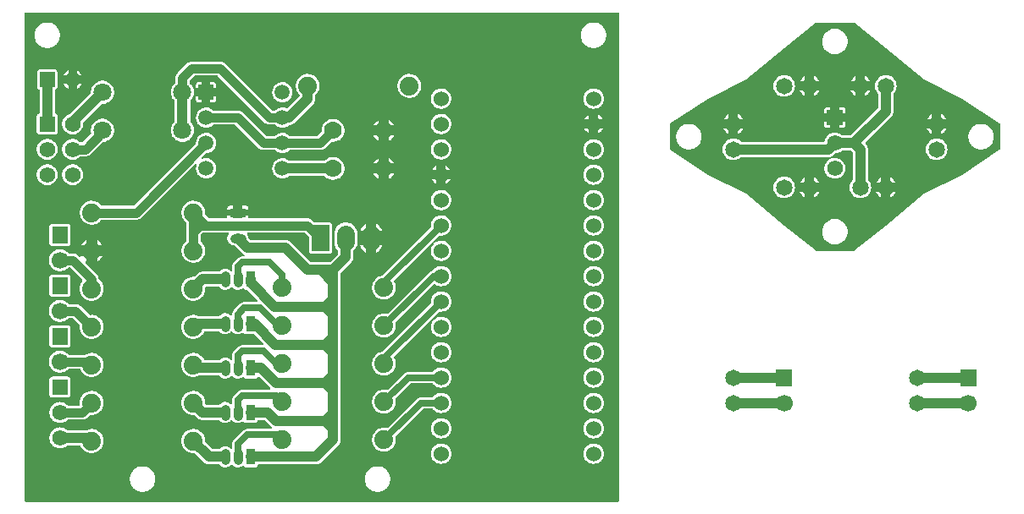
<source format=gtl>
G04 Layer: TopLayer*
G04 EasyEDA v6.4.25, 2021-12-06T09:29:09+01:00*
G04 709bd2a449c44a659231e49a93e94fa4,7d3f4a13764643a7838717c5c1d40531,10*
G04 Gerber Generator version 0.2*
G04 Scale: 100 percent, Rotated: No, Reflected: No *
G04 Dimensions in inches *
G04 leading zeros omitted , absolute positions ,3 integer and 6 decimal *
%FSLAX36Y36*%
%MOIN*%

%ADD11C,0.0400*%
%ADD12C,0.0350*%
%ADD13C,0.0250*%
%ADD15C,0.0620*%
%ADD16R,0.0620X0.0620*%
%ADD17C,0.0700*%
%ADD18C,0.0740*%
%ADD19R,0.0354X0.0630*%
%ADD20C,0.0600*%
%ADD21C,0.0590*%
%ADD23C,0.0650*%
%ADD24R,0.0630X0.0354*%
%ADD25R,0.0620X0.0669*%
%ADD26C,0.0669*%
%ADD27C,0.0709*%
%ADD28R,0.0591X0.0591*%
%ADD29C,0.0591*%
%ADD30C,0.0354*%

%LPD*%
G36*
X3126400Y1000000D02*
G01*
X3125080Y1000220D01*
X3123900Y1000879D01*
X2999960Y1100020D01*
X2850179Y1224860D01*
X2700220Y1299880D01*
X2551780Y1398820D01*
X2550820Y1399700D01*
X2550220Y1400860D01*
X2550000Y1402140D01*
X2550000Y1497860D01*
X2550220Y1499139D01*
X2550820Y1500300D01*
X2551780Y1501180D01*
X2700220Y1600120D01*
X2850179Y1675140D01*
X3000040Y1800020D01*
X3123900Y1899120D01*
X3125080Y1899780D01*
X3126400Y1900000D01*
X3273600Y1900000D01*
X3274920Y1899780D01*
X3276100Y1899120D01*
X3400040Y1799980D01*
X3549820Y1675140D01*
X3699780Y1600120D01*
X3848220Y1501180D01*
X3849180Y1500300D01*
X3849780Y1499139D01*
X3850000Y1497860D01*
X3850000Y1402140D01*
X3849780Y1400860D01*
X3849180Y1399700D01*
X3848220Y1398820D01*
X3699780Y1299880D01*
X3549820Y1224860D01*
X3399960Y1099980D01*
X3276100Y1000879D01*
X3274920Y1000220D01*
X3273600Y1000000D01*
G37*

%LPC*%
G36*
X3200000Y1024800D02*
G01*
X3206060Y1025180D01*
X3212020Y1026260D01*
X3217799Y1028060D01*
X3223320Y1030560D01*
X3228519Y1033700D01*
X3233279Y1037440D01*
X3237559Y1041720D01*
X3241300Y1046480D01*
X3244440Y1051680D01*
X3246940Y1057200D01*
X3248740Y1062980D01*
X3249820Y1068940D01*
X3250200Y1075000D01*
X3249820Y1081060D01*
X3248740Y1087020D01*
X3246940Y1092800D01*
X3244440Y1098320D01*
X3241300Y1103520D01*
X3237559Y1108280D01*
X3233279Y1112560D01*
X3228519Y1116300D01*
X3223320Y1119440D01*
X3217799Y1121940D01*
X3212020Y1123740D01*
X3206060Y1124820D01*
X3200000Y1125200D01*
X3193940Y1124820D01*
X3187980Y1123740D01*
X3182200Y1121940D01*
X3176680Y1119440D01*
X3171480Y1116300D01*
X3166720Y1112560D01*
X3162440Y1108280D01*
X3158700Y1103520D01*
X3155560Y1098320D01*
X3153060Y1092800D01*
X3151259Y1087020D01*
X3150179Y1081060D01*
X3149800Y1075000D01*
X3150179Y1068940D01*
X3151259Y1062980D01*
X3153060Y1057200D01*
X3155560Y1051680D01*
X3158700Y1046480D01*
X3162440Y1041720D01*
X3166720Y1037440D01*
X3171480Y1033700D01*
X3176680Y1030560D01*
X3182200Y1028060D01*
X3187980Y1026260D01*
X3193940Y1025180D01*
G37*
G36*
X3000000Y1207300D02*
G01*
X3005580Y1207680D01*
X3011040Y1208760D01*
X3016340Y1210560D01*
X3021340Y1213020D01*
X3025980Y1216140D01*
X3030179Y1219820D01*
X3033860Y1224020D01*
X3036980Y1228660D01*
X3039440Y1233660D01*
X3041240Y1238960D01*
X3042320Y1244420D01*
X3042700Y1250000D01*
X3042320Y1255580D01*
X3041240Y1261040D01*
X3039440Y1266340D01*
X3036980Y1271340D01*
X3033860Y1275980D01*
X3030179Y1280180D01*
X3025980Y1283860D01*
X3021340Y1286980D01*
X3016340Y1289440D01*
X3011040Y1291240D01*
X3005580Y1292320D01*
X3000000Y1292700D01*
X2994420Y1292320D01*
X2988960Y1291240D01*
X2983660Y1289440D01*
X2978660Y1286980D01*
X2974020Y1283860D01*
X2969820Y1280180D01*
X2966139Y1275980D01*
X2963020Y1271340D01*
X2960560Y1266340D01*
X2958759Y1261040D01*
X2957679Y1255580D01*
X2957300Y1250000D01*
X2957679Y1244420D01*
X2958759Y1238960D01*
X2960560Y1233660D01*
X2963020Y1228660D01*
X2966139Y1224020D01*
X2969820Y1219820D01*
X2974020Y1216140D01*
X2978660Y1213020D01*
X2983660Y1210560D01*
X2988960Y1208760D01*
X2994420Y1207680D01*
G37*
G36*
X3300000Y1207300D02*
G01*
X3305580Y1207680D01*
X3311040Y1208760D01*
X3316340Y1210560D01*
X3321340Y1213020D01*
X3325980Y1216140D01*
X3330179Y1219820D01*
X3333860Y1224020D01*
X3336980Y1228660D01*
X3339440Y1233660D01*
X3341240Y1238960D01*
X3342320Y1244420D01*
X3342700Y1250000D01*
X3342320Y1255580D01*
X3341240Y1261040D01*
X3339440Y1266340D01*
X3336980Y1271340D01*
X3333860Y1275980D01*
X3331200Y1279040D01*
X3330460Y1280260D01*
X3330200Y1281680D01*
X3330179Y1401060D01*
X3329840Y1404580D01*
X3329680Y1405540D01*
X3328840Y1408980D01*
X3327180Y1413160D01*
X3326740Y1414040D01*
X3324900Y1417080D01*
X3324340Y1417880D01*
X3322100Y1420580D01*
X3320520Y1422200D01*
X3319660Y1423500D01*
X3319360Y1425020D01*
X3319680Y1426540D01*
X3320539Y1427820D01*
X3422080Y1529400D01*
X3424340Y1532120D01*
X3424900Y1532920D01*
X3426740Y1535960D01*
X3427180Y1536840D01*
X3428840Y1541020D01*
X3429680Y1544460D01*
X3429840Y1545420D01*
X3430179Y1548940D01*
X3430200Y1618320D01*
X3430460Y1619740D01*
X3431200Y1620960D01*
X3433860Y1624019D01*
X3436980Y1628660D01*
X3439440Y1633660D01*
X3441240Y1638959D01*
X3442320Y1644420D01*
X3442700Y1650000D01*
X3442320Y1655580D01*
X3441240Y1661040D01*
X3439440Y1666339D01*
X3436980Y1671339D01*
X3433860Y1675980D01*
X3430179Y1680180D01*
X3425980Y1683860D01*
X3421340Y1686980D01*
X3416340Y1689440D01*
X3411040Y1691240D01*
X3405580Y1692320D01*
X3400000Y1692700D01*
X3394420Y1692320D01*
X3388960Y1691240D01*
X3383660Y1689440D01*
X3378660Y1686980D01*
X3374020Y1683860D01*
X3369820Y1680180D01*
X3366139Y1675980D01*
X3363020Y1671339D01*
X3360560Y1666339D01*
X3358759Y1661040D01*
X3357679Y1655580D01*
X3357300Y1650000D01*
X3357679Y1644420D01*
X3358759Y1638959D01*
X3360560Y1633660D01*
X3363020Y1628660D01*
X3366139Y1624019D01*
X3368800Y1620960D01*
X3369540Y1619740D01*
X3369800Y1618320D01*
X3369800Y1564160D01*
X3369500Y1562640D01*
X3368620Y1561339D01*
X3263660Y1456380D01*
X3262360Y1455500D01*
X3260840Y1455200D01*
X3229400Y1455200D01*
X3228000Y1455460D01*
X3226780Y1456200D01*
X3225080Y1457680D01*
X3220600Y1460680D01*
X3215760Y1463060D01*
X3210659Y1464780D01*
X3205380Y1465840D01*
X3200000Y1466200D01*
X3194620Y1465840D01*
X3189340Y1464780D01*
X3184240Y1463060D01*
X3179400Y1460680D01*
X3174920Y1457680D01*
X3170880Y1454120D01*
X3167320Y1450080D01*
X3164320Y1445600D01*
X3161940Y1440760D01*
X3160220Y1435660D01*
X3159760Y1433420D01*
X3159280Y1432140D01*
X3158380Y1431100D01*
X3157200Y1430440D01*
X3155840Y1430200D01*
X2831680Y1430200D01*
X2830260Y1430460D01*
X2829040Y1431200D01*
X2825980Y1433860D01*
X2821340Y1436980D01*
X2816340Y1439440D01*
X2811040Y1441240D01*
X2805580Y1442320D01*
X2800000Y1442700D01*
X2794420Y1442320D01*
X2788960Y1441240D01*
X2783660Y1439440D01*
X2778660Y1436980D01*
X2774020Y1433860D01*
X2769820Y1430180D01*
X2766139Y1425980D01*
X2763020Y1421339D01*
X2760560Y1416339D01*
X2758759Y1411040D01*
X2757679Y1405580D01*
X2757300Y1400000D01*
X2757679Y1394420D01*
X2758759Y1388959D01*
X2760560Y1383660D01*
X2763020Y1378660D01*
X2766139Y1374019D01*
X2769820Y1369820D01*
X2774020Y1366140D01*
X2778660Y1363020D01*
X2783660Y1360560D01*
X2788960Y1358760D01*
X2794420Y1357680D01*
X2800000Y1357300D01*
X2805580Y1357680D01*
X2811040Y1358760D01*
X2816340Y1360560D01*
X2821340Y1363020D01*
X2825980Y1366140D01*
X2829040Y1368800D01*
X2830260Y1369540D01*
X2831680Y1369800D01*
X3176060Y1369820D01*
X3179500Y1370140D01*
X3181760Y1370620D01*
X3183399Y1370620D01*
X3185000Y1369980D01*
X3185820Y1371399D01*
X3187140Y1372400D01*
X3189100Y1373300D01*
X3192080Y1375100D01*
X3192880Y1375660D01*
X3195580Y1377900D01*
X3200560Y1382860D01*
X3201740Y1383660D01*
X3203120Y1384019D01*
X3205380Y1384160D01*
X3210659Y1385220D01*
X3215760Y1386940D01*
X3220600Y1389319D01*
X3225080Y1392320D01*
X3226780Y1393800D01*
X3228000Y1394540D01*
X3229400Y1394800D01*
X3260840Y1394800D01*
X3262360Y1394500D01*
X3263660Y1393620D01*
X3268620Y1388660D01*
X3269500Y1387360D01*
X3269800Y1385840D01*
X3269800Y1281680D01*
X3269540Y1280260D01*
X3268800Y1279040D01*
X3266139Y1275980D01*
X3263020Y1271340D01*
X3260560Y1266340D01*
X3258759Y1261040D01*
X3257679Y1255580D01*
X3257300Y1250000D01*
X3257679Y1244420D01*
X3258759Y1238960D01*
X3260560Y1233660D01*
X3263020Y1228660D01*
X3266139Y1224020D01*
X3269820Y1219820D01*
X3274020Y1216140D01*
X3278660Y1213020D01*
X3283660Y1210560D01*
X3288960Y1208760D01*
X3294420Y1207680D01*
G37*
G36*
X3081259Y1211740D02*
G01*
X3081259Y1231240D01*
X3061740Y1231240D01*
X3063020Y1228660D01*
X3066139Y1224020D01*
X3069820Y1219820D01*
X3074020Y1216140D01*
X3078660Y1213020D01*
G37*
G36*
X3118759Y1211740D02*
G01*
X3121340Y1213020D01*
X3125980Y1216140D01*
X3130179Y1219820D01*
X3133860Y1224020D01*
X3136980Y1228660D01*
X3138260Y1231240D01*
X3118759Y1231240D01*
G37*
G36*
X3381259Y1211740D02*
G01*
X3381259Y1231240D01*
X3361740Y1231240D01*
X3363020Y1228660D01*
X3366139Y1224020D01*
X3369820Y1219820D01*
X3374020Y1216140D01*
X3378660Y1213020D01*
G37*
G36*
X3418759Y1211740D02*
G01*
X3421340Y1213020D01*
X3425980Y1216140D01*
X3430179Y1219820D01*
X3433860Y1224020D01*
X3436980Y1228660D01*
X3438260Y1231240D01*
X3418759Y1231240D01*
G37*
G36*
X3061740Y1268740D02*
G01*
X3081259Y1268740D01*
X3081259Y1288260D01*
X3078660Y1286980D01*
X3074020Y1283860D01*
X3069820Y1280180D01*
X3066139Y1275980D01*
X3063020Y1271340D01*
G37*
G36*
X3118759Y1268740D02*
G01*
X3138260Y1268740D01*
X3136980Y1271340D01*
X3133860Y1275980D01*
X3130179Y1280180D01*
X3125980Y1283860D01*
X3121340Y1286980D01*
X3118759Y1288260D01*
G37*
G36*
X3361740Y1268740D02*
G01*
X3381259Y1268740D01*
X3381259Y1288260D01*
X3378660Y1286980D01*
X3374020Y1283860D01*
X3369820Y1280180D01*
X3366139Y1275980D01*
X3363020Y1271340D01*
G37*
G36*
X3418759Y1268740D02*
G01*
X3438260Y1268740D01*
X3436980Y1271340D01*
X3433860Y1275980D01*
X3430179Y1280180D01*
X3425980Y1283860D01*
X3421340Y1286980D01*
X3418759Y1288260D01*
G37*
G36*
X3200000Y1283800D02*
G01*
X3205380Y1284160D01*
X3210659Y1285220D01*
X3215760Y1286940D01*
X3220600Y1289319D01*
X3225080Y1292320D01*
X3229120Y1295880D01*
X3232679Y1299920D01*
X3235680Y1304400D01*
X3238060Y1309240D01*
X3239780Y1314340D01*
X3240840Y1319620D01*
X3241200Y1325000D01*
X3240840Y1330380D01*
X3239780Y1335660D01*
X3238060Y1340760D01*
X3235680Y1345600D01*
X3232679Y1350080D01*
X3229120Y1354120D01*
X3225080Y1357680D01*
X3220600Y1360680D01*
X3215760Y1363060D01*
X3210659Y1364780D01*
X3205380Y1365840D01*
X3200000Y1366200D01*
X3194620Y1365840D01*
X3189600Y1364840D01*
X3187940Y1364860D01*
X3186420Y1365560D01*
X3185640Y1364120D01*
X3184360Y1363120D01*
X3179400Y1360680D01*
X3174920Y1357680D01*
X3170880Y1354120D01*
X3167320Y1350080D01*
X3164320Y1345600D01*
X3161940Y1340760D01*
X3160220Y1335660D01*
X3159160Y1330380D01*
X3158800Y1325000D01*
X3159160Y1319620D01*
X3160220Y1314340D01*
X3161940Y1309240D01*
X3164320Y1304400D01*
X3167320Y1299920D01*
X3170880Y1295880D01*
X3174920Y1292320D01*
X3179400Y1289319D01*
X3184240Y1286940D01*
X3189340Y1285220D01*
X3194620Y1284160D01*
G37*
G36*
X3600000Y1357300D02*
G01*
X3605580Y1357680D01*
X3611040Y1358760D01*
X3616340Y1360560D01*
X3621340Y1363020D01*
X3625980Y1366140D01*
X3630179Y1369820D01*
X3633860Y1374019D01*
X3636980Y1378660D01*
X3639440Y1383660D01*
X3641240Y1388959D01*
X3642320Y1394420D01*
X3642700Y1400000D01*
X3642320Y1405580D01*
X3641240Y1411040D01*
X3639440Y1416339D01*
X3636980Y1421339D01*
X3633860Y1425980D01*
X3630179Y1430180D01*
X3625980Y1433860D01*
X3621340Y1436980D01*
X3616340Y1439440D01*
X3611040Y1441240D01*
X3605580Y1442320D01*
X3600000Y1442700D01*
X3594420Y1442320D01*
X3588960Y1441240D01*
X3583660Y1439440D01*
X3578660Y1436980D01*
X3574020Y1433860D01*
X3569820Y1430180D01*
X3566139Y1425980D01*
X3563020Y1421339D01*
X3560560Y1416339D01*
X3558759Y1411040D01*
X3557679Y1405580D01*
X3557300Y1400000D01*
X3557679Y1394420D01*
X3558759Y1388959D01*
X3560560Y1383660D01*
X3563020Y1378660D01*
X3566139Y1374019D01*
X3569820Y1369820D01*
X3574020Y1366140D01*
X3578660Y1363020D01*
X3583660Y1360560D01*
X3588960Y1358760D01*
X3594420Y1357680D01*
G37*
G36*
X3775000Y1399800D02*
G01*
X3781060Y1400180D01*
X3787020Y1401260D01*
X3792799Y1403060D01*
X3798320Y1405560D01*
X3803519Y1408700D01*
X3808279Y1412440D01*
X3812559Y1416720D01*
X3816300Y1421480D01*
X3819440Y1426680D01*
X3821940Y1432200D01*
X3823740Y1437980D01*
X3824820Y1443940D01*
X3825200Y1450000D01*
X3824820Y1456060D01*
X3823740Y1462020D01*
X3821940Y1467800D01*
X3819440Y1473320D01*
X3816300Y1478520D01*
X3812559Y1483280D01*
X3808279Y1487560D01*
X3803519Y1491300D01*
X3798320Y1494440D01*
X3792799Y1496940D01*
X3787020Y1498740D01*
X3781060Y1499820D01*
X3775000Y1500200D01*
X3768940Y1499820D01*
X3762980Y1498740D01*
X3757200Y1496940D01*
X3751680Y1494440D01*
X3746480Y1491300D01*
X3741720Y1487560D01*
X3737440Y1483280D01*
X3733700Y1478520D01*
X3730560Y1473320D01*
X3728060Y1467800D01*
X3726259Y1462020D01*
X3725179Y1456060D01*
X3724800Y1450000D01*
X3725179Y1443940D01*
X3726259Y1437980D01*
X3728060Y1432200D01*
X3730560Y1426680D01*
X3733700Y1421480D01*
X3737440Y1416720D01*
X3741720Y1412440D01*
X3746480Y1408700D01*
X3751680Y1405560D01*
X3757200Y1403060D01*
X3762980Y1401260D01*
X3768940Y1400180D01*
G37*
G36*
X2625000Y1399800D02*
G01*
X2631060Y1400180D01*
X2637020Y1401260D01*
X2642799Y1403060D01*
X2648320Y1405560D01*
X2653519Y1408700D01*
X2658279Y1412440D01*
X2662559Y1416720D01*
X2666300Y1421480D01*
X2669440Y1426680D01*
X2671940Y1432200D01*
X2673740Y1437980D01*
X2674820Y1443940D01*
X2675200Y1450000D01*
X2674820Y1456060D01*
X2673740Y1462020D01*
X2671940Y1467800D01*
X2669440Y1473320D01*
X2666300Y1478520D01*
X2662559Y1483280D01*
X2658279Y1487560D01*
X2653519Y1491300D01*
X2648320Y1494440D01*
X2642799Y1496940D01*
X2637020Y1498740D01*
X2631060Y1499820D01*
X2625000Y1500200D01*
X2618940Y1499820D01*
X2612980Y1498740D01*
X2607200Y1496940D01*
X2601680Y1494440D01*
X2596480Y1491300D01*
X2591720Y1487560D01*
X2587440Y1483280D01*
X2583700Y1478520D01*
X2580560Y1473320D01*
X2578060Y1467800D01*
X2576259Y1462020D01*
X2575179Y1456060D01*
X2574800Y1450000D01*
X2575179Y1443940D01*
X2576259Y1437980D01*
X2578060Y1432200D01*
X2580560Y1426680D01*
X2583700Y1421480D01*
X2587440Y1416720D01*
X2591720Y1412440D01*
X2596480Y1408700D01*
X2601680Y1405560D01*
X2607200Y1403060D01*
X2612980Y1401260D01*
X2618940Y1400180D01*
G37*
G36*
X3581259Y1461740D02*
G01*
X3581259Y1481240D01*
X3561740Y1481240D01*
X3563020Y1478660D01*
X3566139Y1474019D01*
X3569820Y1469820D01*
X3574020Y1466140D01*
X3578660Y1463020D01*
G37*
G36*
X2818759Y1461740D02*
G01*
X2821340Y1463020D01*
X2825980Y1466140D01*
X2830179Y1469820D01*
X2833860Y1474019D01*
X2836980Y1478660D01*
X2838260Y1481240D01*
X2818759Y1481240D01*
G37*
G36*
X2781259Y1461740D02*
G01*
X2781259Y1481240D01*
X2761740Y1481240D01*
X2763020Y1478660D01*
X2766139Y1474019D01*
X2769820Y1469820D01*
X2774020Y1466140D01*
X2778660Y1463020D01*
G37*
G36*
X3618759Y1461740D02*
G01*
X3621340Y1463020D01*
X3625980Y1466140D01*
X3630179Y1469820D01*
X3633860Y1474019D01*
X3636980Y1478660D01*
X3638260Y1481240D01*
X3618759Y1481240D01*
G37*
G36*
X3218000Y1483800D02*
G01*
X3230779Y1483800D01*
X3233260Y1484079D01*
X3235419Y1484840D01*
X3237340Y1486040D01*
X3238960Y1487660D01*
X3240160Y1489580D01*
X3240920Y1491740D01*
X3241200Y1494220D01*
X3241200Y1507000D01*
X3218000Y1507000D01*
G37*
G36*
X3169220Y1483800D02*
G01*
X3182000Y1483800D01*
X3182000Y1507000D01*
X3158800Y1507000D01*
X3158800Y1494220D01*
X3159080Y1491740D01*
X3159840Y1489580D01*
X3161040Y1487660D01*
X3162660Y1486040D01*
X3164580Y1484840D01*
X3166740Y1484079D01*
G37*
G36*
X2761740Y1518740D02*
G01*
X2781259Y1518740D01*
X2781259Y1538260D01*
X2778660Y1536980D01*
X2774020Y1533860D01*
X2769820Y1530180D01*
X2766139Y1525980D01*
X2763020Y1521339D01*
G37*
G36*
X2818759Y1518740D02*
G01*
X2838260Y1518740D01*
X2836980Y1521339D01*
X2833860Y1525980D01*
X2830179Y1530180D01*
X2825980Y1533860D01*
X2821340Y1536980D01*
X2818759Y1538260D01*
G37*
G36*
X3561740Y1518740D02*
G01*
X3581259Y1518740D01*
X3581259Y1538260D01*
X3578660Y1536980D01*
X3574020Y1533860D01*
X3569820Y1530180D01*
X3566139Y1525980D01*
X3563020Y1521339D01*
G37*
G36*
X3618759Y1518740D02*
G01*
X3638260Y1518740D01*
X3636980Y1521339D01*
X3633860Y1525980D01*
X3630179Y1530180D01*
X3625980Y1533860D01*
X3621340Y1536980D01*
X3618759Y1538260D01*
G37*
G36*
X3158800Y1543000D02*
G01*
X3182000Y1543000D01*
X3182000Y1566200D01*
X3169220Y1566200D01*
X3166740Y1565920D01*
X3164580Y1565160D01*
X3162660Y1563959D01*
X3161040Y1562340D01*
X3159840Y1560420D01*
X3159080Y1558260D01*
X3158800Y1555780D01*
G37*
G36*
X3218000Y1543000D02*
G01*
X3241200Y1543000D01*
X3241200Y1555780D01*
X3240920Y1558260D01*
X3240160Y1560420D01*
X3238960Y1562340D01*
X3237340Y1563959D01*
X3235419Y1565160D01*
X3233260Y1565920D01*
X3230779Y1566200D01*
X3218000Y1566200D01*
G37*
G36*
X3000000Y1607300D02*
G01*
X3005580Y1607680D01*
X3011040Y1608760D01*
X3016340Y1610560D01*
X3021340Y1613020D01*
X3025980Y1616140D01*
X3030179Y1619820D01*
X3033860Y1624019D01*
X3036980Y1628660D01*
X3039440Y1633660D01*
X3041240Y1638959D01*
X3042320Y1644420D01*
X3042700Y1650000D01*
X3042320Y1655580D01*
X3041240Y1661040D01*
X3039440Y1666339D01*
X3036980Y1671339D01*
X3033860Y1675980D01*
X3030179Y1680180D01*
X3025980Y1683860D01*
X3021340Y1686980D01*
X3016340Y1689440D01*
X3011040Y1691240D01*
X3005580Y1692320D01*
X3000000Y1692700D01*
X2994420Y1692320D01*
X2988960Y1691240D01*
X2983660Y1689440D01*
X2978660Y1686980D01*
X2974020Y1683860D01*
X2969820Y1680180D01*
X2966139Y1675980D01*
X2963020Y1671339D01*
X2960560Y1666339D01*
X2958759Y1661040D01*
X2957679Y1655580D01*
X2957300Y1650000D01*
X2957679Y1644420D01*
X2958759Y1638959D01*
X2960560Y1633660D01*
X2963020Y1628660D01*
X2966139Y1624019D01*
X2969820Y1619820D01*
X2974020Y1616140D01*
X2978660Y1613020D01*
X2983660Y1610560D01*
X2988960Y1608760D01*
X2994420Y1607680D01*
G37*
G36*
X3318759Y1611740D02*
G01*
X3321340Y1613020D01*
X3325980Y1616140D01*
X3330179Y1619820D01*
X3333860Y1624019D01*
X3336980Y1628660D01*
X3338260Y1631240D01*
X3318759Y1631240D01*
G37*
G36*
X3081259Y1611740D02*
G01*
X3081259Y1631240D01*
X3061740Y1631240D01*
X3063020Y1628660D01*
X3066139Y1624019D01*
X3069820Y1619820D01*
X3074020Y1616140D01*
X3078660Y1613020D01*
G37*
G36*
X3281259Y1611740D02*
G01*
X3281259Y1631240D01*
X3261740Y1631240D01*
X3263020Y1628660D01*
X3266139Y1624019D01*
X3269820Y1619820D01*
X3274020Y1616140D01*
X3278660Y1613020D01*
G37*
G36*
X3118759Y1611740D02*
G01*
X3121340Y1613020D01*
X3125980Y1616140D01*
X3130179Y1619820D01*
X3133860Y1624019D01*
X3136980Y1628660D01*
X3138260Y1631240D01*
X3118759Y1631240D01*
G37*
G36*
X3318759Y1668740D02*
G01*
X3338260Y1668740D01*
X3336980Y1671339D01*
X3333860Y1675980D01*
X3330179Y1680180D01*
X3325980Y1683860D01*
X3321340Y1686980D01*
X3318759Y1688260D01*
G37*
G36*
X3061740Y1668740D02*
G01*
X3081259Y1668740D01*
X3081259Y1688260D01*
X3078660Y1686980D01*
X3074020Y1683860D01*
X3069820Y1680180D01*
X3066139Y1675980D01*
X3063020Y1671339D01*
G37*
G36*
X3261740Y1668740D02*
G01*
X3281259Y1668740D01*
X3281259Y1688260D01*
X3278660Y1686980D01*
X3274020Y1683860D01*
X3269820Y1680180D01*
X3266139Y1675980D01*
X3263020Y1671339D01*
G37*
G36*
X3118759Y1668740D02*
G01*
X3138260Y1668740D01*
X3136980Y1671339D01*
X3133860Y1675980D01*
X3130179Y1680180D01*
X3125980Y1683860D01*
X3121340Y1686980D01*
X3118759Y1688260D01*
G37*
G36*
X3200000Y1774800D02*
G01*
X3206060Y1775180D01*
X3212020Y1776260D01*
X3217799Y1778060D01*
X3223320Y1780560D01*
X3228519Y1783700D01*
X3233279Y1787440D01*
X3237559Y1791720D01*
X3241300Y1796480D01*
X3244440Y1801680D01*
X3246940Y1807200D01*
X3248740Y1812980D01*
X3249820Y1818940D01*
X3250200Y1825000D01*
X3249820Y1831060D01*
X3248740Y1837020D01*
X3246940Y1842800D01*
X3244440Y1848320D01*
X3241300Y1853520D01*
X3237559Y1858280D01*
X3233279Y1862560D01*
X3228519Y1866300D01*
X3223320Y1869440D01*
X3217799Y1871940D01*
X3212020Y1873740D01*
X3206060Y1874820D01*
X3200000Y1875200D01*
X3193940Y1874820D01*
X3187980Y1873740D01*
X3182200Y1871940D01*
X3176680Y1869440D01*
X3171480Y1866300D01*
X3166720Y1862560D01*
X3162440Y1858280D01*
X3158700Y1853520D01*
X3155560Y1848320D01*
X3153060Y1842800D01*
X3151259Y1837020D01*
X3150179Y1831060D01*
X3149800Y1825000D01*
X3150179Y1818940D01*
X3151259Y1812980D01*
X3153060Y1807200D01*
X3155560Y1801680D01*
X3158700Y1796480D01*
X3162440Y1791720D01*
X3166720Y1787440D01*
X3171480Y1783700D01*
X3176680Y1780560D01*
X3182200Y1778060D01*
X3187980Y1776260D01*
X3193940Y1775180D01*
G37*

%LPD*%
G36*
X14200Y10200D02*
G01*
X12660Y10500D01*
X11379Y11379D01*
X10500Y12660D01*
X10200Y14200D01*
X10200Y1935800D01*
X10500Y1937340D01*
X11379Y1938620D01*
X12660Y1939500D01*
X14200Y1939800D01*
X2346000Y1939800D01*
X2347540Y1939500D01*
X2348820Y1938620D01*
X2349700Y1937340D01*
X2350000Y1935800D01*
X2350000Y14200D01*
X2349700Y12660D01*
X2348820Y11379D01*
X2347540Y10500D01*
X2346000Y10200D01*
G37*

%LPC*%
G36*
X1400000Y49800D02*
G01*
X1406060Y50180D01*
X1412020Y51260D01*
X1417800Y53060D01*
X1423320Y55560D01*
X1428520Y58700D01*
X1433280Y62440D01*
X1437560Y66720D01*
X1441300Y71480D01*
X1444440Y76680D01*
X1446940Y82200D01*
X1448740Y87980D01*
X1449820Y93940D01*
X1450200Y100000D01*
X1449820Y106060D01*
X1448740Y112020D01*
X1446940Y117800D01*
X1444440Y123320D01*
X1441300Y128520D01*
X1437560Y133280D01*
X1433280Y137560D01*
X1428520Y141300D01*
X1423320Y144440D01*
X1417800Y146940D01*
X1412020Y148740D01*
X1406060Y149820D01*
X1400000Y150200D01*
X1393940Y149820D01*
X1387980Y148740D01*
X1382200Y146940D01*
X1376680Y144440D01*
X1371480Y141300D01*
X1366720Y137560D01*
X1362440Y133280D01*
X1358700Y128520D01*
X1355560Y123320D01*
X1353060Y117800D01*
X1351260Y112020D01*
X1350180Y106060D01*
X1349800Y100000D01*
X1350180Y93940D01*
X1351260Y87980D01*
X1353060Y82200D01*
X1355560Y76680D01*
X1358700Y71480D01*
X1362440Y66720D01*
X1366720Y62440D01*
X1371480Y58700D01*
X1376680Y55560D01*
X1382200Y53060D01*
X1387980Y51260D01*
X1393940Y50180D01*
G37*
G36*
X475000Y49800D02*
G01*
X481060Y50180D01*
X487020Y51260D01*
X492800Y53060D01*
X498320Y55560D01*
X503519Y58700D01*
X508280Y62440D01*
X512560Y66720D01*
X516300Y71480D01*
X519440Y76680D01*
X521940Y82200D01*
X523740Y87980D01*
X524820Y93940D01*
X525200Y100000D01*
X524820Y106060D01*
X523740Y112020D01*
X521940Y117800D01*
X519440Y123320D01*
X516300Y128520D01*
X512560Y133280D01*
X508280Y137560D01*
X503519Y141300D01*
X498320Y144440D01*
X492800Y146940D01*
X487020Y148740D01*
X481060Y149820D01*
X475000Y150200D01*
X468940Y149820D01*
X462980Y148740D01*
X457200Y146940D01*
X451680Y144440D01*
X446480Y141300D01*
X441719Y137560D01*
X437440Y133280D01*
X433700Y128520D01*
X430560Y123320D01*
X428060Y117800D01*
X426260Y112020D01*
X425180Y106060D01*
X424799Y100000D01*
X425180Y93940D01*
X426260Y87980D01*
X428060Y82200D01*
X430560Y76680D01*
X433700Y71480D01*
X437440Y66720D01*
X441719Y62440D01*
X446480Y58700D01*
X451680Y55560D01*
X457200Y53060D01*
X462980Y51260D01*
X468940Y50180D01*
G37*
G36*
X882500Y145800D02*
G01*
X917500Y145800D01*
X919980Y146080D01*
X922140Y146840D01*
X924060Y148040D01*
X925680Y149660D01*
X926880Y151580D01*
X928060Y155140D01*
X928940Y156280D01*
X930180Y157040D01*
X931620Y157300D01*
X1158560Y157320D01*
X1162080Y157660D01*
X1163040Y157820D01*
X1166480Y158660D01*
X1170660Y160320D01*
X1171540Y160760D01*
X1174580Y162600D01*
X1175380Y163160D01*
X1178100Y165420D01*
X1247080Y234400D01*
X1249340Y237120D01*
X1249900Y237920D01*
X1251740Y240960D01*
X1252180Y241840D01*
X1253840Y246020D01*
X1254680Y249460D01*
X1254840Y250420D01*
X1255180Y253939D01*
X1255200Y910840D01*
X1255500Y912360D01*
X1256380Y913660D01*
X1296300Y953620D01*
X1298560Y956340D01*
X1299120Y957140D01*
X1300940Y960160D01*
X1301380Y961040D01*
X1302740Y964300D01*
X1303899Y968680D01*
X1304060Y969640D01*
X1304400Y973160D01*
X1304420Y997880D01*
X1304740Y999460D01*
X1305680Y1000780D01*
X1308260Y1003220D01*
X1311900Y1007620D01*
X1314980Y1012460D01*
X1317420Y1017660D01*
X1319180Y1023100D01*
X1320260Y1028720D01*
X1320640Y1034580D01*
X1320640Y1065820D01*
X1320260Y1071660D01*
X1319180Y1077280D01*
X1317420Y1082740D01*
X1314980Y1087920D01*
X1311900Y1092760D01*
X1308260Y1097180D01*
X1304079Y1101100D01*
X1299440Y1104460D01*
X1294420Y1107220D01*
X1289100Y1109340D01*
X1283540Y1110760D01*
X1277860Y1111480D01*
X1272140Y1111480D01*
X1266440Y1110760D01*
X1260900Y1109340D01*
X1255580Y1107220D01*
X1250540Y1104460D01*
X1245920Y1101100D01*
X1241740Y1097180D01*
X1238080Y1092760D01*
X1235020Y1087920D01*
X1232580Y1082740D01*
X1230800Y1077280D01*
X1229740Y1071660D01*
X1229360Y1065820D01*
X1229360Y1034580D01*
X1229740Y1028720D01*
X1230800Y1023100D01*
X1232580Y1017660D01*
X1235020Y1012460D01*
X1238080Y1007620D01*
X1241740Y1003220D01*
X1242760Y1002260D01*
X1243680Y1000939D01*
X1244020Y999340D01*
X1244020Y988379D01*
X1243700Y986840D01*
X1242840Y985540D01*
X1213660Y956380D01*
X1212360Y955500D01*
X1210840Y955200D01*
X1139160Y955200D01*
X1137640Y955500D01*
X1136340Y956380D01*
X1058100Y1034580D01*
X1055380Y1036840D01*
X1054580Y1037400D01*
X1051540Y1039240D01*
X1050660Y1039680D01*
X1046480Y1041340D01*
X1043040Y1042180D01*
X1042080Y1042340D01*
X1038560Y1042680D01*
X901660Y1042700D01*
X900140Y1043000D01*
X898840Y1043880D01*
X892640Y1050060D01*
X891840Y1051220D01*
X891480Y1052580D01*
X891340Y1054360D01*
X890320Y1058620D01*
X888640Y1062660D01*
X886480Y1066200D01*
X885920Y1067800D01*
X886060Y1069480D01*
X886880Y1070940D01*
X888240Y1071940D01*
X889880Y1072300D01*
X1111760Y1072300D01*
X1113300Y1072000D01*
X1114600Y1071120D01*
X1128200Y1057340D01*
X1129060Y1056040D01*
X1129360Y1054520D01*
X1129360Y999240D01*
X1129640Y996740D01*
X1130400Y994599D01*
X1131600Y992680D01*
X1133220Y991060D01*
X1135140Y989840D01*
X1137300Y989100D01*
X1139780Y988820D01*
X1210200Y988820D01*
X1212700Y989100D01*
X1214840Y989840D01*
X1216780Y991060D01*
X1218380Y992680D01*
X1219600Y994599D01*
X1220340Y996740D01*
X1220640Y999240D01*
X1220640Y1101160D01*
X1220340Y1103640D01*
X1219600Y1105800D01*
X1218380Y1107720D01*
X1216780Y1109340D01*
X1214840Y1110540D01*
X1212700Y1111300D01*
X1210200Y1111580D01*
X1154180Y1111580D01*
X1152640Y1111880D01*
X1151320Y1112760D01*
X1144820Y1119360D01*
X1141400Y1122300D01*
X1137720Y1124600D01*
X1133720Y1126280D01*
X1129500Y1127320D01*
X1124840Y1127700D01*
X895639Y1127700D01*
X894000Y1128040D01*
X892640Y1129040D01*
X891820Y1130480D01*
X891700Y1132500D01*
X891700Y1138640D01*
X868240Y1138640D01*
X868240Y1131880D01*
X867920Y1130280D01*
X866960Y1128940D01*
X865560Y1128100D01*
X863620Y1127920D01*
X836380Y1127920D01*
X834440Y1128100D01*
X833040Y1128940D01*
X832080Y1130280D01*
X831760Y1131880D01*
X831760Y1138640D01*
X808300Y1138640D01*
X808300Y1132500D01*
X808180Y1130480D01*
X807360Y1129040D01*
X806000Y1128040D01*
X804360Y1127700D01*
X738139Y1127700D01*
X736600Y1128000D01*
X735300Y1128880D01*
X722940Y1141240D01*
X722220Y1142220D01*
X721820Y1143360D01*
X721780Y1144560D01*
X722099Y1147100D01*
X722099Y1152900D01*
X721380Y1158680D01*
X719980Y1164300D01*
X717880Y1169720D01*
X715120Y1174840D01*
X711760Y1179580D01*
X707860Y1183880D01*
X703439Y1187660D01*
X698600Y1190860D01*
X693400Y1193460D01*
X687920Y1195400D01*
X682240Y1196640D01*
X676460Y1197160D01*
X670639Y1197000D01*
X664900Y1196100D01*
X659320Y1194500D01*
X653960Y1192240D01*
X648940Y1189340D01*
X644300Y1185840D01*
X640120Y1181800D01*
X636480Y1177260D01*
X633420Y1172320D01*
X631000Y1167040D01*
X629240Y1161520D01*
X628160Y1155800D01*
X627800Y1150000D01*
X628160Y1144200D01*
X629240Y1138480D01*
X631000Y1132960D01*
X633420Y1127680D01*
X636480Y1122740D01*
X640120Y1118200D01*
X644300Y1114160D01*
X645720Y1113100D01*
X646560Y1112220D01*
X647120Y1111120D01*
X647300Y1109900D01*
X647300Y1040100D01*
X647120Y1038880D01*
X646560Y1037780D01*
X645720Y1036900D01*
X644300Y1035840D01*
X640120Y1031800D01*
X636480Y1027260D01*
X633420Y1022320D01*
X631000Y1017039D01*
X629240Y1011520D01*
X628160Y1005800D01*
X627800Y1000000D01*
X628160Y994200D01*
X629240Y988480D01*
X631000Y982960D01*
X633420Y977680D01*
X636480Y972740D01*
X640120Y968199D01*
X644300Y964160D01*
X648940Y960660D01*
X653960Y957760D01*
X659320Y955500D01*
X664900Y953900D01*
X670639Y953000D01*
X676460Y952820D01*
X682240Y953360D01*
X687920Y954599D01*
X693400Y956540D01*
X698600Y959140D01*
X703439Y962340D01*
X707860Y966120D01*
X711760Y970420D01*
X715120Y975160D01*
X717880Y980280D01*
X719980Y985699D01*
X721380Y991320D01*
X722099Y997099D01*
X722099Y1002900D01*
X721380Y1008680D01*
X719980Y1014300D01*
X717880Y1019720D01*
X715120Y1024840D01*
X711760Y1029580D01*
X707860Y1033880D01*
X704100Y1037099D01*
X703060Y1038460D01*
X702700Y1040140D01*
X702700Y1062200D01*
X703000Y1063740D01*
X703880Y1065040D01*
X709960Y1071120D01*
X711260Y1072000D01*
X712800Y1072300D01*
X810120Y1072300D01*
X811760Y1071940D01*
X813120Y1070940D01*
X813940Y1069480D01*
X814080Y1067800D01*
X813520Y1066200D01*
X811360Y1062660D01*
X809680Y1058620D01*
X808660Y1054360D01*
X808319Y1050000D01*
X808660Y1045639D01*
X809680Y1041380D01*
X811360Y1037340D01*
X813640Y1033600D01*
X816480Y1030260D01*
X819820Y1027420D01*
X823560Y1025140D01*
X827600Y1023460D01*
X831860Y1022440D01*
X833640Y1022300D01*
X835000Y1021940D01*
X836160Y1021140D01*
X866900Y990420D01*
X869620Y988160D01*
X870420Y987600D01*
X873460Y985759D01*
X874440Y985280D01*
X875800Y984140D01*
X876540Y982540D01*
X876520Y980780D01*
X875740Y979180D01*
X874360Y978100D01*
X872640Y977700D01*
X867660Y977700D01*
X863760Y977380D01*
X860140Y976460D01*
X856700Y974960D01*
X853540Y972880D01*
X851360Y970960D01*
X834060Y953660D01*
X831540Y950680D01*
X829620Y947460D01*
X828259Y943980D01*
X827480Y940260D01*
X827300Y937380D01*
X827300Y923000D01*
X826979Y921420D01*
X826060Y920080D01*
X824680Y919240D01*
X823100Y919000D01*
X821540Y919400D01*
X820260Y920400D01*
X819740Y921020D01*
X816400Y923860D01*
X812660Y926140D01*
X808620Y927820D01*
X804360Y928840D01*
X800000Y929180D01*
X795639Y928840D01*
X791380Y927820D01*
X787340Y926140D01*
X783600Y923860D01*
X780260Y921020D01*
X778640Y919100D01*
X777280Y918060D01*
X775600Y917700D01*
X711440Y917680D01*
X707920Y917340D01*
X706960Y917180D01*
X703520Y916340D01*
X699340Y914680D01*
X698460Y914240D01*
X695420Y912400D01*
X694620Y911840D01*
X691900Y909580D01*
X680500Y898220D01*
X679160Y897320D01*
X677560Y897039D01*
X673540Y897159D01*
X667760Y896640D01*
X662080Y895400D01*
X656600Y893460D01*
X651400Y890860D01*
X646560Y887660D01*
X642140Y883880D01*
X638240Y879580D01*
X634880Y874840D01*
X632120Y869720D01*
X630020Y864300D01*
X628620Y858680D01*
X627900Y852900D01*
X627900Y847099D01*
X628620Y841320D01*
X630020Y835699D01*
X632120Y830280D01*
X634880Y825160D01*
X638240Y820420D01*
X642140Y816120D01*
X646560Y812340D01*
X651400Y809140D01*
X656600Y806540D01*
X662080Y804599D01*
X667760Y803360D01*
X673540Y802820D01*
X679360Y803000D01*
X685100Y803900D01*
X690680Y805500D01*
X696040Y807760D01*
X701060Y810660D01*
X705699Y814160D01*
X709880Y818199D01*
X713520Y822740D01*
X716580Y827680D01*
X719000Y832960D01*
X720759Y838480D01*
X721840Y844200D01*
X722200Y850000D01*
X722039Y852420D01*
X722300Y854080D01*
X723199Y855500D01*
X723840Y856120D01*
X725140Y857000D01*
X726660Y857300D01*
X775600Y857300D01*
X777280Y856940D01*
X778640Y855900D01*
X780260Y853980D01*
X783600Y851140D01*
X787340Y848860D01*
X791380Y847180D01*
X795639Y846160D01*
X800000Y845819D01*
X804360Y846160D01*
X808620Y847180D01*
X812660Y848860D01*
X816400Y851140D01*
X819740Y853980D01*
X821960Y856600D01*
X823319Y857640D01*
X825000Y858000D01*
X826680Y857640D01*
X828040Y856600D01*
X830260Y853980D01*
X833600Y851140D01*
X837340Y848860D01*
X841380Y847180D01*
X845639Y846160D01*
X850000Y845819D01*
X854360Y846160D01*
X858620Y847180D01*
X862660Y848860D01*
X866400Y851140D01*
X867440Y852020D01*
X868940Y852840D01*
X870639Y852940D01*
X872220Y852320D01*
X873420Y851120D01*
X874320Y849659D01*
X875939Y848040D01*
X877860Y846840D01*
X880020Y846080D01*
X882500Y845800D01*
X884820Y845800D01*
X886360Y845500D01*
X887660Y844640D01*
X927760Y804520D01*
X928620Y803240D01*
X928940Y801700D01*
X928620Y800160D01*
X927760Y798880D01*
X926460Y798000D01*
X924940Y797700D01*
X875160Y797700D01*
X871260Y797380D01*
X867640Y796460D01*
X864200Y794960D01*
X861040Y792880D01*
X858860Y790960D01*
X834060Y766160D01*
X831540Y763180D01*
X829620Y759960D01*
X828259Y756480D01*
X827480Y752760D01*
X827300Y749880D01*
X827300Y748000D01*
X826979Y746420D01*
X826060Y745080D01*
X824680Y744240D01*
X823100Y744000D01*
X821540Y744400D01*
X820260Y745400D01*
X819740Y746020D01*
X816400Y748860D01*
X812660Y751140D01*
X808620Y752820D01*
X804360Y753840D01*
X800000Y754180D01*
X795639Y753840D01*
X791380Y752820D01*
X787340Y751140D01*
X783600Y748860D01*
X780260Y746020D01*
X778640Y744100D01*
X777280Y743060D01*
X775600Y742700D01*
X695780Y742700D01*
X694220Y743020D01*
X690680Y744500D01*
X685100Y746100D01*
X679360Y747000D01*
X673540Y747159D01*
X667760Y746640D01*
X662080Y745400D01*
X656600Y743460D01*
X651400Y740860D01*
X646560Y737660D01*
X642140Y733880D01*
X638240Y729580D01*
X634880Y724840D01*
X632120Y719720D01*
X630020Y714300D01*
X628620Y708680D01*
X627900Y702900D01*
X627900Y697099D01*
X628620Y691320D01*
X630020Y685699D01*
X632120Y680280D01*
X634880Y675160D01*
X638240Y670420D01*
X642140Y666120D01*
X646560Y662340D01*
X651400Y659140D01*
X656600Y656540D01*
X662080Y654599D01*
X667760Y653360D01*
X673540Y652820D01*
X679360Y653000D01*
X685100Y653900D01*
X690680Y655500D01*
X696040Y657760D01*
X701060Y660660D01*
X705699Y664160D01*
X709880Y668199D01*
X713520Y672740D01*
X716580Y677680D01*
X717640Y679980D01*
X718520Y681200D01*
X719780Y682020D01*
X721260Y682300D01*
X775600Y682300D01*
X777280Y681940D01*
X778640Y680900D01*
X780260Y678980D01*
X783600Y676140D01*
X787340Y673860D01*
X791380Y672180D01*
X795639Y671160D01*
X800000Y670819D01*
X804360Y671160D01*
X808620Y672180D01*
X812660Y673860D01*
X816400Y676140D01*
X819740Y678980D01*
X821960Y681600D01*
X823319Y682640D01*
X825000Y683000D01*
X826680Y682640D01*
X828040Y681600D01*
X830260Y678980D01*
X833600Y676140D01*
X837340Y673860D01*
X841380Y672180D01*
X845639Y671160D01*
X850000Y670819D01*
X854360Y671160D01*
X858620Y672180D01*
X862660Y673860D01*
X866400Y676140D01*
X867440Y677020D01*
X868940Y677840D01*
X870639Y677940D01*
X872220Y677320D01*
X873420Y676120D01*
X874320Y674659D01*
X875939Y673040D01*
X877860Y671840D01*
X880020Y671080D01*
X882500Y670800D01*
X914180Y670800D01*
X915740Y670480D01*
X917039Y669580D01*
X951080Y634480D01*
X951919Y633180D01*
X952220Y631660D01*
X951900Y630140D01*
X951020Y628860D01*
X949740Y628000D01*
X948220Y627700D01*
X867660Y627700D01*
X863760Y627380D01*
X860140Y626460D01*
X856700Y624960D01*
X853540Y622880D01*
X851360Y620960D01*
X834060Y603660D01*
X831540Y600680D01*
X829620Y597460D01*
X828259Y593980D01*
X827480Y590260D01*
X827300Y587380D01*
X827300Y573000D01*
X826979Y571420D01*
X826060Y570080D01*
X824680Y569240D01*
X823100Y569000D01*
X821540Y569400D01*
X820260Y570400D01*
X819740Y571020D01*
X816400Y573860D01*
X812660Y576140D01*
X808620Y577820D01*
X804360Y578840D01*
X800000Y579180D01*
X795639Y578840D01*
X791380Y577820D01*
X787340Y576140D01*
X783600Y573860D01*
X780260Y571020D01*
X778640Y569100D01*
X777280Y568060D01*
X775600Y567700D01*
X721260Y567700D01*
X719780Y567980D01*
X718520Y568800D01*
X717640Y570020D01*
X716580Y572320D01*
X713520Y577260D01*
X709880Y581800D01*
X705699Y585840D01*
X701060Y589340D01*
X696040Y592240D01*
X690680Y594500D01*
X685100Y596100D01*
X679360Y597000D01*
X673540Y597160D01*
X667760Y596640D01*
X662080Y595400D01*
X656600Y593460D01*
X651400Y590860D01*
X646560Y587660D01*
X642140Y583880D01*
X638240Y579580D01*
X634880Y574840D01*
X632120Y569720D01*
X630020Y564300D01*
X628620Y558680D01*
X627900Y552900D01*
X627900Y547100D01*
X628620Y541320D01*
X630020Y535700D01*
X632120Y530280D01*
X634880Y525160D01*
X638240Y520420D01*
X642140Y516120D01*
X646560Y512340D01*
X651400Y509140D01*
X656600Y506540D01*
X662080Y504600D01*
X667760Y503360D01*
X673540Y502819D01*
X679360Y503000D01*
X685100Y503900D01*
X690680Y505500D01*
X694220Y506980D01*
X695780Y507299D01*
X775600Y507299D01*
X777280Y506940D01*
X778640Y505900D01*
X780260Y503980D01*
X783600Y501140D01*
X787340Y498860D01*
X791380Y497180D01*
X795639Y496160D01*
X800000Y495820D01*
X804360Y496160D01*
X808620Y497180D01*
X812660Y498860D01*
X816400Y501140D01*
X819740Y503980D01*
X821960Y506599D01*
X823319Y507640D01*
X825000Y508000D01*
X826680Y507640D01*
X828040Y506599D01*
X830260Y503980D01*
X833600Y501140D01*
X837340Y498860D01*
X841380Y497180D01*
X845639Y496160D01*
X850000Y495820D01*
X854360Y496160D01*
X858620Y497180D01*
X862660Y498860D01*
X866400Y501140D01*
X867440Y502020D01*
X868940Y502840D01*
X870639Y502939D01*
X872220Y502320D01*
X873420Y501120D01*
X874320Y499660D01*
X875939Y498040D01*
X877860Y496840D01*
X880020Y496079D01*
X882500Y495800D01*
X917500Y495800D01*
X919980Y496079D01*
X922140Y496840D01*
X924060Y498040D01*
X925680Y499660D01*
X926880Y501580D01*
X927880Y503500D01*
X929180Y504440D01*
X930759Y504799D01*
X932340Y504500D01*
X933680Y503620D01*
X977760Y459520D01*
X978620Y458240D01*
X978940Y456700D01*
X978620Y455160D01*
X977760Y453880D01*
X976460Y453000D01*
X974940Y452700D01*
X867660Y452700D01*
X863760Y452380D01*
X860140Y451460D01*
X856700Y449960D01*
X853540Y447879D01*
X851360Y445959D01*
X834060Y428660D01*
X831540Y425680D01*
X829620Y422460D01*
X828259Y418980D01*
X827480Y415260D01*
X827300Y412380D01*
X827300Y398000D01*
X826979Y396420D01*
X826060Y395080D01*
X824680Y394240D01*
X823100Y394000D01*
X821540Y394400D01*
X820260Y395400D01*
X819740Y396019D01*
X816400Y398860D01*
X812660Y401140D01*
X808620Y402819D01*
X804360Y403840D01*
X800000Y404180D01*
X795639Y403840D01*
X791380Y402819D01*
X787340Y401140D01*
X783600Y398860D01*
X780260Y396019D01*
X778640Y394099D01*
X777280Y393060D01*
X775600Y392700D01*
X726660Y392700D01*
X725140Y393000D01*
X723840Y393880D01*
X723199Y394500D01*
X722300Y395920D01*
X722039Y397580D01*
X722200Y400000D01*
X721840Y405800D01*
X720759Y411520D01*
X719000Y417040D01*
X716580Y422320D01*
X713520Y427260D01*
X709880Y431800D01*
X705699Y435840D01*
X701060Y439340D01*
X696040Y442239D01*
X690680Y444500D01*
X685100Y446100D01*
X679360Y447000D01*
X673540Y447160D01*
X667760Y446640D01*
X662080Y445400D01*
X656600Y443459D01*
X651400Y440860D01*
X646560Y437660D01*
X642140Y433880D01*
X638240Y429580D01*
X634880Y424840D01*
X632120Y419720D01*
X630020Y414300D01*
X628620Y408680D01*
X627900Y402900D01*
X627900Y397100D01*
X628620Y391320D01*
X630020Y385700D01*
X632120Y380280D01*
X634880Y375160D01*
X638240Y370420D01*
X642140Y366120D01*
X646560Y362340D01*
X651400Y359140D01*
X656600Y356540D01*
X662080Y354600D01*
X667760Y353360D01*
X673540Y352819D01*
X677560Y352960D01*
X679160Y352680D01*
X680500Y351780D01*
X691900Y340420D01*
X694620Y338160D01*
X695420Y337600D01*
X698460Y335760D01*
X699340Y335319D01*
X703520Y333660D01*
X706960Y332819D01*
X707920Y332660D01*
X711440Y332320D01*
X775600Y332299D01*
X777280Y331940D01*
X778640Y330900D01*
X780260Y328980D01*
X783600Y326140D01*
X787340Y323860D01*
X791380Y322180D01*
X795639Y321160D01*
X800000Y320820D01*
X804360Y321160D01*
X808620Y322180D01*
X812660Y323860D01*
X816400Y326140D01*
X819740Y328980D01*
X821960Y331599D01*
X823319Y332640D01*
X825000Y333000D01*
X826680Y332640D01*
X828040Y331599D01*
X830260Y328980D01*
X833600Y326140D01*
X837340Y323860D01*
X841380Y322180D01*
X845639Y321160D01*
X850000Y320820D01*
X854360Y321160D01*
X858620Y322180D01*
X862660Y323860D01*
X866400Y326140D01*
X867440Y327020D01*
X868940Y327840D01*
X870639Y327939D01*
X872220Y327320D01*
X873420Y326120D01*
X874320Y324660D01*
X875939Y323040D01*
X877860Y321840D01*
X880020Y321079D01*
X882500Y320800D01*
X917500Y320800D01*
X919980Y321079D01*
X922140Y321840D01*
X924060Y323040D01*
X925680Y324660D01*
X926880Y326580D01*
X928060Y330140D01*
X928940Y331280D01*
X930180Y332040D01*
X931620Y332299D01*
X953340Y332299D01*
X954860Y332000D01*
X956160Y331120D01*
X979400Y307920D01*
X982120Y305660D01*
X983100Y304980D01*
X984240Y303740D01*
X984780Y302160D01*
X984620Y300500D01*
X983800Y299040D01*
X982440Y298060D01*
X980800Y297700D01*
X887660Y297700D01*
X883760Y297380D01*
X880140Y296460D01*
X876700Y294960D01*
X873540Y292880D01*
X871360Y290960D01*
X834060Y253660D01*
X831540Y250680D01*
X829620Y247460D01*
X828259Y243980D01*
X827480Y240260D01*
X827300Y237380D01*
X827300Y223000D01*
X826979Y221420D01*
X826060Y220080D01*
X824680Y219240D01*
X823100Y219000D01*
X821540Y219400D01*
X820260Y220400D01*
X819740Y221020D01*
X816400Y223860D01*
X812660Y226140D01*
X808620Y227820D01*
X804360Y228840D01*
X800000Y229180D01*
X795639Y228840D01*
X791380Y227820D01*
X787340Y226140D01*
X783600Y223860D01*
X780260Y221020D01*
X778640Y219100D01*
X777280Y218060D01*
X775600Y217700D01*
X751660Y217700D01*
X750140Y218000D01*
X748840Y218880D01*
X723199Y244500D01*
X722300Y245920D01*
X722039Y247580D01*
X722200Y250000D01*
X721840Y255799D01*
X720759Y261520D01*
X719000Y267040D01*
X716580Y272320D01*
X713520Y277260D01*
X709880Y281800D01*
X705699Y285840D01*
X701060Y289340D01*
X696040Y292240D01*
X690680Y294500D01*
X685100Y296100D01*
X679360Y297000D01*
X673540Y297160D01*
X667760Y296640D01*
X662080Y295400D01*
X656600Y293460D01*
X651400Y290860D01*
X646560Y287660D01*
X642140Y283880D01*
X638240Y279580D01*
X634880Y274840D01*
X632120Y269720D01*
X630020Y264300D01*
X628620Y258680D01*
X627900Y252900D01*
X627900Y247100D01*
X628620Y241320D01*
X630020Y235700D01*
X632120Y230280D01*
X634880Y225159D01*
X638240Y220420D01*
X642140Y216119D01*
X646560Y212340D01*
X651400Y209140D01*
X656600Y206540D01*
X662080Y204600D01*
X667760Y203359D01*
X673540Y202820D01*
X677560Y202960D01*
X679160Y202680D01*
X680500Y201780D01*
X716900Y165420D01*
X719620Y163160D01*
X720420Y162600D01*
X723460Y160760D01*
X724340Y160320D01*
X728520Y158660D01*
X731960Y157820D01*
X732920Y157660D01*
X736440Y157320D01*
X775600Y157300D01*
X777280Y156940D01*
X778640Y155900D01*
X780260Y153980D01*
X783600Y151140D01*
X787340Y148860D01*
X791380Y147180D01*
X795639Y146160D01*
X800000Y145820D01*
X804360Y146160D01*
X808620Y147180D01*
X812660Y148860D01*
X816400Y151140D01*
X819740Y153980D01*
X821960Y156600D01*
X823319Y157640D01*
X825000Y158000D01*
X826680Y157640D01*
X828040Y156600D01*
X830260Y153980D01*
X833600Y151140D01*
X837340Y148860D01*
X841380Y147180D01*
X845639Y146160D01*
X850000Y145820D01*
X854360Y146160D01*
X858620Y147180D01*
X862660Y148860D01*
X866400Y151140D01*
X867440Y152020D01*
X868940Y152840D01*
X870639Y152940D01*
X872220Y152320D01*
X873420Y151120D01*
X874320Y149660D01*
X875939Y148040D01*
X877860Y146840D01*
X880020Y146080D01*
G37*
G36*
X2251340Y159840D02*
G01*
X2256680Y160360D01*
X2261900Y161620D01*
X2266920Y163540D01*
X2271620Y166119D01*
X2275940Y169300D01*
X2279800Y173039D01*
X2283140Y177260D01*
X2285880Y181880D01*
X2287960Y186820D01*
X2289380Y192000D01*
X2290100Y197320D01*
X2290100Y202680D01*
X2289380Y208000D01*
X2287960Y213180D01*
X2285880Y218120D01*
X2283140Y222740D01*
X2279800Y226960D01*
X2275940Y230700D01*
X2271620Y233880D01*
X2266920Y236460D01*
X2261900Y238380D01*
X2256680Y239640D01*
X2251340Y240159D01*
X2245980Y239980D01*
X2240680Y239100D01*
X2235560Y237500D01*
X2230680Y235240D01*
X2226160Y232360D01*
X2222060Y228900D01*
X2218460Y224899D01*
X2215420Y220479D01*
X2213000Y215700D01*
X2211240Y210620D01*
X2210160Y205360D01*
X2209800Y200000D01*
X2210160Y194640D01*
X2211240Y189380D01*
X2213000Y184300D01*
X2215420Y179520D01*
X2218460Y175100D01*
X2222060Y171100D01*
X2226160Y167640D01*
X2230680Y164760D01*
X2235560Y162500D01*
X2240680Y160900D01*
X2245980Y160020D01*
G37*
G36*
X1651339Y159840D02*
G01*
X1656680Y160360D01*
X1661900Y161620D01*
X1666920Y163540D01*
X1671620Y166119D01*
X1675940Y169300D01*
X1679800Y173039D01*
X1683140Y177260D01*
X1685880Y181880D01*
X1687960Y186820D01*
X1689379Y192000D01*
X1690100Y197320D01*
X1690100Y202680D01*
X1689379Y208000D01*
X1687960Y213180D01*
X1685880Y218120D01*
X1683140Y222740D01*
X1679800Y226960D01*
X1675940Y230700D01*
X1671620Y233880D01*
X1666920Y236460D01*
X1661900Y238380D01*
X1656680Y239640D01*
X1651339Y240159D01*
X1645980Y239980D01*
X1640680Y239100D01*
X1635560Y237500D01*
X1630680Y235240D01*
X1626160Y232360D01*
X1622060Y228900D01*
X1618460Y224899D01*
X1615420Y220479D01*
X1613000Y215700D01*
X1611240Y210620D01*
X1610160Y205360D01*
X1609800Y200000D01*
X1610160Y194640D01*
X1611240Y189380D01*
X1613000Y184300D01*
X1615420Y179520D01*
X1618460Y175100D01*
X1622060Y171100D01*
X1626160Y167640D01*
X1630680Y164760D01*
X1635560Y162500D01*
X1640680Y160900D01*
X1645980Y160020D01*
G37*
G36*
X273540Y202820D02*
G01*
X279360Y203000D01*
X285100Y203900D01*
X290680Y205500D01*
X296040Y207760D01*
X301060Y210660D01*
X305700Y214160D01*
X309880Y218200D01*
X313520Y222740D01*
X316580Y227680D01*
X319000Y232960D01*
X320760Y238480D01*
X321840Y244200D01*
X322200Y250000D01*
X321840Y255799D01*
X320760Y261520D01*
X319000Y267040D01*
X316580Y272320D01*
X313520Y277260D01*
X309880Y281800D01*
X305700Y285840D01*
X301060Y289340D01*
X296040Y292240D01*
X290680Y294500D01*
X285100Y296100D01*
X279360Y297000D01*
X273540Y297160D01*
X267760Y296640D01*
X262079Y295400D01*
X256600Y293460D01*
X255060Y292800D01*
X254140Y292700D01*
X179400Y292700D01*
X178000Y292960D01*
X176780Y293700D01*
X175080Y295180D01*
X170600Y298180D01*
X165760Y300560D01*
X160660Y302280D01*
X155380Y303340D01*
X150000Y303700D01*
X144620Y303340D01*
X139340Y302280D01*
X134240Y300560D01*
X129400Y298180D01*
X124920Y295180D01*
X120879Y291620D01*
X117320Y287580D01*
X114320Y283100D01*
X111940Y278260D01*
X110220Y273160D01*
X109160Y267880D01*
X108800Y262500D01*
X109160Y257120D01*
X110220Y251840D01*
X111940Y246740D01*
X114320Y241900D01*
X117320Y237420D01*
X120879Y233380D01*
X124920Y229820D01*
X129400Y226820D01*
X134240Y224440D01*
X139340Y222719D01*
X144620Y221660D01*
X150000Y221300D01*
X155380Y221660D01*
X160660Y222719D01*
X165760Y224440D01*
X170600Y226820D01*
X175080Y229820D01*
X176780Y231300D01*
X178000Y232040D01*
X179400Y232300D01*
X228640Y232300D01*
X230060Y232040D01*
X231280Y231320D01*
X232180Y230200D01*
X234880Y225159D01*
X238240Y220420D01*
X242140Y216119D01*
X246560Y212340D01*
X251400Y209140D01*
X256600Y206540D01*
X262079Y204600D01*
X267760Y203359D01*
G37*
G36*
X1426459Y207820D02*
G01*
X1432240Y208359D01*
X1437920Y209600D01*
X1443400Y211540D01*
X1448600Y214140D01*
X1453440Y217340D01*
X1457860Y221119D01*
X1461759Y225420D01*
X1465120Y230159D01*
X1467880Y235280D01*
X1469980Y240700D01*
X1471380Y246320D01*
X1472100Y252100D01*
X1472100Y257900D01*
X1471380Y263680D01*
X1470820Y265960D01*
X1470720Y267320D01*
X1471080Y268640D01*
X1471860Y269760D01*
X1578240Y376120D01*
X1579520Y377000D01*
X1581060Y377299D01*
X1614840Y377299D01*
X1616100Y377100D01*
X1617240Y376500D01*
X1622060Y371100D01*
X1626160Y367640D01*
X1630680Y364760D01*
X1635560Y362500D01*
X1640680Y360900D01*
X1645980Y360020D01*
X1651339Y359840D01*
X1656680Y360360D01*
X1661900Y361620D01*
X1666920Y363540D01*
X1671620Y366120D01*
X1675940Y369300D01*
X1679800Y373040D01*
X1683140Y377260D01*
X1685880Y381880D01*
X1687960Y386820D01*
X1689379Y392000D01*
X1690100Y397320D01*
X1690100Y402680D01*
X1689379Y408000D01*
X1687960Y413180D01*
X1685880Y418120D01*
X1683140Y422740D01*
X1679800Y426960D01*
X1675940Y430700D01*
X1671620Y433880D01*
X1666920Y436460D01*
X1661900Y438380D01*
X1656680Y439640D01*
X1651339Y440160D01*
X1645980Y439980D01*
X1640680Y439099D01*
X1635560Y437500D01*
X1630680Y435240D01*
X1626160Y432360D01*
X1622060Y428900D01*
X1617240Y423500D01*
X1616100Y422900D01*
X1614840Y422700D01*
X1570160Y422700D01*
X1566260Y422380D01*
X1562640Y421460D01*
X1559199Y419960D01*
X1556040Y417879D01*
X1553860Y415959D01*
X1439760Y301880D01*
X1438680Y301100D01*
X1437420Y300720D01*
X1436080Y300800D01*
X1432240Y301640D01*
X1426459Y302160D01*
X1420640Y302000D01*
X1414900Y301100D01*
X1409319Y299500D01*
X1403959Y297240D01*
X1398940Y294340D01*
X1394300Y290840D01*
X1390120Y286800D01*
X1386480Y282260D01*
X1383420Y277320D01*
X1381000Y272040D01*
X1379240Y266520D01*
X1378160Y260799D01*
X1377800Y255000D01*
X1378160Y249200D01*
X1379240Y243480D01*
X1381000Y237960D01*
X1383420Y232680D01*
X1386480Y227740D01*
X1390120Y223200D01*
X1394300Y219160D01*
X1398940Y215660D01*
X1403959Y212760D01*
X1409319Y210500D01*
X1414900Y208900D01*
X1420640Y208000D01*
G37*
G36*
X2251340Y259840D02*
G01*
X2256680Y260360D01*
X2261900Y261620D01*
X2266920Y263540D01*
X2271620Y266120D01*
X2275940Y269300D01*
X2279800Y273040D01*
X2283140Y277260D01*
X2285880Y281880D01*
X2287960Y286820D01*
X2289380Y292000D01*
X2290100Y297320D01*
X2290100Y302680D01*
X2289380Y308000D01*
X2287960Y313180D01*
X2285880Y318120D01*
X2283140Y322740D01*
X2279800Y326960D01*
X2275940Y330700D01*
X2271620Y333880D01*
X2266920Y336460D01*
X2261900Y338380D01*
X2256680Y339640D01*
X2251340Y340160D01*
X2245980Y339980D01*
X2240680Y339099D01*
X2235560Y337500D01*
X2230680Y335240D01*
X2226160Y332360D01*
X2222060Y328900D01*
X2218460Y324900D01*
X2215420Y320480D01*
X2213000Y315700D01*
X2211240Y310620D01*
X2210160Y305360D01*
X2209800Y300000D01*
X2210160Y294640D01*
X2211240Y289380D01*
X2213000Y284300D01*
X2215420Y279520D01*
X2218460Y275100D01*
X2222060Y271100D01*
X2226160Y267640D01*
X2230680Y264760D01*
X2235560Y262500D01*
X2240680Y260900D01*
X2245980Y260020D01*
G37*
G36*
X1651339Y259840D02*
G01*
X1656680Y260360D01*
X1661900Y261620D01*
X1666920Y263540D01*
X1671620Y266120D01*
X1675940Y269300D01*
X1679800Y273040D01*
X1683140Y277260D01*
X1685880Y281880D01*
X1687960Y286820D01*
X1689379Y292000D01*
X1690100Y297320D01*
X1690100Y302680D01*
X1689379Y308000D01*
X1687960Y313180D01*
X1685880Y318120D01*
X1683140Y322740D01*
X1679800Y326960D01*
X1675940Y330700D01*
X1671620Y333880D01*
X1666920Y336460D01*
X1661900Y338380D01*
X1656680Y339640D01*
X1651339Y340160D01*
X1645980Y339980D01*
X1640680Y339099D01*
X1635560Y337500D01*
X1630680Y335240D01*
X1626160Y332360D01*
X1622060Y328900D01*
X1618460Y324900D01*
X1615420Y320480D01*
X1613000Y315700D01*
X1611240Y310620D01*
X1610160Y305360D01*
X1609800Y300000D01*
X1610160Y294640D01*
X1611240Y289380D01*
X1613000Y284300D01*
X1615420Y279520D01*
X1618460Y275100D01*
X1622060Y271100D01*
X1626160Y267640D01*
X1630680Y264760D01*
X1635560Y262500D01*
X1640680Y260900D01*
X1645980Y260020D01*
G37*
G36*
X150000Y321300D02*
G01*
X155380Y321659D01*
X160660Y322720D01*
X165760Y324440D01*
X170600Y326820D01*
X175080Y329820D01*
X179180Y333440D01*
X180539Y334440D01*
X182200Y334799D01*
X237340Y334799D01*
X241840Y335160D01*
X246060Y336160D01*
X250060Y337840D01*
X253780Y340100D01*
X257200Y343020D01*
X266240Y352060D01*
X267700Y353000D01*
X269420Y353220D01*
X273540Y352819D01*
X279360Y353000D01*
X285100Y353900D01*
X290680Y355500D01*
X296040Y357760D01*
X301060Y360660D01*
X305700Y364159D01*
X309880Y368200D01*
X313520Y372740D01*
X316580Y377680D01*
X319000Y382960D01*
X320760Y388480D01*
X321840Y394200D01*
X322200Y400000D01*
X321840Y405800D01*
X320760Y411520D01*
X319000Y417040D01*
X316580Y422320D01*
X313520Y427260D01*
X309880Y431800D01*
X305700Y435840D01*
X301060Y439340D01*
X296040Y442239D01*
X290680Y444500D01*
X285100Y446100D01*
X279360Y447000D01*
X273540Y447160D01*
X267760Y446640D01*
X262079Y445400D01*
X256600Y443459D01*
X251400Y440860D01*
X246560Y437660D01*
X242140Y433880D01*
X238240Y429580D01*
X234880Y424840D01*
X232120Y419720D01*
X230020Y414300D01*
X228619Y408680D01*
X227900Y402900D01*
X227900Y397100D01*
X228200Y394700D01*
X228039Y393020D01*
X227220Y391560D01*
X225859Y390560D01*
X224220Y390200D01*
X182200Y390200D01*
X180539Y390560D01*
X179120Y391620D01*
X175080Y395180D01*
X170600Y398180D01*
X165760Y400560D01*
X160660Y402280D01*
X155380Y403340D01*
X150000Y403700D01*
X144620Y403340D01*
X139340Y402280D01*
X134240Y400560D01*
X129400Y398180D01*
X124920Y395180D01*
X120879Y391620D01*
X117320Y387580D01*
X114320Y383100D01*
X111940Y378260D01*
X110220Y373160D01*
X109160Y367879D01*
X108800Y362500D01*
X109160Y357120D01*
X110220Y351840D01*
X111940Y346740D01*
X114320Y341900D01*
X117320Y337420D01*
X120879Y333380D01*
X124920Y329820D01*
X129400Y326820D01*
X134240Y324440D01*
X139340Y322720D01*
X144620Y321659D01*
G37*
G36*
X1426459Y357819D02*
G01*
X1432240Y358360D01*
X1437920Y359600D01*
X1443400Y361540D01*
X1448600Y364140D01*
X1453440Y367340D01*
X1457860Y371120D01*
X1461759Y375420D01*
X1465120Y380160D01*
X1467880Y385280D01*
X1469980Y390700D01*
X1471380Y396320D01*
X1472100Y402100D01*
X1472100Y407900D01*
X1471380Y413680D01*
X1470820Y415959D01*
X1470720Y417320D01*
X1471080Y418640D01*
X1471860Y419760D01*
X1528240Y476120D01*
X1529520Y477000D01*
X1531060Y477299D01*
X1614840Y477299D01*
X1616100Y477100D01*
X1617240Y476500D01*
X1622060Y471100D01*
X1626160Y467640D01*
X1630680Y464760D01*
X1635560Y462500D01*
X1640680Y460900D01*
X1645980Y460020D01*
X1651339Y459840D01*
X1656680Y460360D01*
X1661900Y461620D01*
X1666920Y463540D01*
X1671620Y466120D01*
X1675940Y469300D01*
X1679800Y473040D01*
X1683140Y477260D01*
X1685880Y481880D01*
X1687960Y486820D01*
X1689379Y492000D01*
X1690100Y497320D01*
X1690100Y502680D01*
X1689379Y508000D01*
X1687960Y513180D01*
X1685880Y518120D01*
X1683140Y522740D01*
X1679800Y526960D01*
X1675940Y530700D01*
X1671620Y533880D01*
X1666920Y536460D01*
X1661900Y538380D01*
X1656680Y539640D01*
X1651339Y540160D01*
X1645980Y539980D01*
X1640680Y539100D01*
X1635560Y537500D01*
X1630680Y535240D01*
X1626160Y532360D01*
X1622060Y528900D01*
X1617240Y523500D01*
X1616100Y522900D01*
X1614840Y522700D01*
X1520160Y522700D01*
X1516260Y522380D01*
X1512640Y521460D01*
X1509199Y519960D01*
X1506040Y517879D01*
X1503860Y515959D01*
X1439760Y451880D01*
X1438680Y451100D01*
X1437420Y450720D01*
X1436080Y450800D01*
X1432240Y451640D01*
X1426459Y452160D01*
X1420640Y452000D01*
X1414900Y451100D01*
X1409319Y449500D01*
X1403959Y447239D01*
X1398940Y444340D01*
X1394300Y440840D01*
X1390120Y436800D01*
X1386480Y432260D01*
X1383420Y427320D01*
X1381000Y422040D01*
X1379240Y416520D01*
X1378160Y410800D01*
X1377800Y405000D01*
X1378160Y399200D01*
X1379240Y393480D01*
X1381000Y387960D01*
X1383420Y382680D01*
X1386480Y377740D01*
X1390120Y373200D01*
X1394300Y369159D01*
X1398940Y365660D01*
X1403959Y362760D01*
X1409319Y360500D01*
X1414900Y358900D01*
X1420640Y358000D01*
G37*
G36*
X2251340Y359840D02*
G01*
X2256680Y360360D01*
X2261900Y361620D01*
X2266920Y363540D01*
X2271620Y366120D01*
X2275940Y369300D01*
X2279800Y373040D01*
X2283140Y377260D01*
X2285880Y381880D01*
X2287960Y386820D01*
X2289380Y392000D01*
X2290100Y397320D01*
X2290100Y402680D01*
X2289380Y408000D01*
X2287960Y413180D01*
X2285880Y418120D01*
X2283140Y422740D01*
X2279800Y426960D01*
X2275940Y430700D01*
X2271620Y433880D01*
X2266920Y436460D01*
X2261900Y438380D01*
X2256680Y439640D01*
X2251340Y440160D01*
X2245980Y439980D01*
X2240680Y439099D01*
X2235560Y437500D01*
X2230680Y435240D01*
X2226160Y432360D01*
X2222060Y428900D01*
X2218460Y424900D01*
X2215420Y420480D01*
X2213000Y415700D01*
X2211240Y410620D01*
X2210160Y405360D01*
X2209800Y400000D01*
X2210160Y394640D01*
X2211240Y389380D01*
X2213000Y384300D01*
X2215420Y379520D01*
X2218460Y375100D01*
X2222060Y371100D01*
X2226160Y367640D01*
X2230680Y364760D01*
X2235560Y362500D01*
X2240680Y360900D01*
X2245980Y360020D01*
G37*
G36*
X119220Y421300D02*
G01*
X180780Y421300D01*
X183260Y421580D01*
X185420Y422340D01*
X187340Y423540D01*
X188960Y425160D01*
X190159Y427080D01*
X190920Y429240D01*
X191200Y431719D01*
X191200Y493280D01*
X190920Y495760D01*
X190159Y497920D01*
X188960Y499840D01*
X187340Y501460D01*
X185420Y502660D01*
X183260Y503420D01*
X180780Y503700D01*
X119220Y503700D01*
X116740Y503420D01*
X114580Y502660D01*
X112660Y501460D01*
X111039Y499840D01*
X109840Y497920D01*
X109080Y495760D01*
X108800Y493280D01*
X108800Y431719D01*
X109080Y429240D01*
X109840Y427080D01*
X111039Y425160D01*
X112660Y423540D01*
X114580Y422340D01*
X116740Y421580D01*
G37*
G36*
X2251340Y459840D02*
G01*
X2256680Y460360D01*
X2261900Y461620D01*
X2266920Y463540D01*
X2271620Y466120D01*
X2275940Y469300D01*
X2279800Y473040D01*
X2283140Y477260D01*
X2285880Y481880D01*
X2287960Y486820D01*
X2289380Y492000D01*
X2290100Y497320D01*
X2290100Y502680D01*
X2289380Y508000D01*
X2287960Y513180D01*
X2285880Y518120D01*
X2283140Y522740D01*
X2279800Y526960D01*
X2275940Y530700D01*
X2271620Y533880D01*
X2266920Y536460D01*
X2261900Y538380D01*
X2256680Y539640D01*
X2251340Y540160D01*
X2245980Y539980D01*
X2240680Y539100D01*
X2235560Y537500D01*
X2230680Y535240D01*
X2226160Y532360D01*
X2222060Y528900D01*
X2218460Y524900D01*
X2215420Y520480D01*
X2213000Y515700D01*
X2211240Y510620D01*
X2210160Y505360D01*
X2209800Y500000D01*
X2210160Y494640D01*
X2211240Y489380D01*
X2213000Y484300D01*
X2215420Y479520D01*
X2218460Y475100D01*
X2222060Y471100D01*
X2226160Y467640D01*
X2230680Y464760D01*
X2235560Y462500D01*
X2240680Y460900D01*
X2245980Y460020D01*
G37*
G36*
X273540Y502819D02*
G01*
X279360Y503000D01*
X285100Y503900D01*
X290680Y505500D01*
X296040Y507760D01*
X301060Y510660D01*
X305700Y514159D01*
X309880Y518200D01*
X313520Y522740D01*
X316580Y527680D01*
X319000Y532960D01*
X320760Y538480D01*
X321840Y544200D01*
X322200Y550000D01*
X321840Y555800D01*
X320760Y561520D01*
X319000Y567040D01*
X316580Y572320D01*
X313520Y577260D01*
X309880Y581800D01*
X305700Y585840D01*
X301060Y589340D01*
X296040Y592240D01*
X290680Y594500D01*
X285100Y596100D01*
X279360Y597000D01*
X273540Y597160D01*
X267760Y596640D01*
X262079Y595400D01*
X256620Y593460D01*
X250980Y590620D01*
X250120Y590300D01*
X249180Y590200D01*
X185560Y590200D01*
X184380Y590380D01*
X183299Y590900D01*
X178299Y595740D01*
X173820Y599080D01*
X168939Y601840D01*
X163760Y603940D01*
X158340Y605360D01*
X152800Y606060D01*
X147200Y606060D01*
X141660Y605360D01*
X136240Y603940D01*
X131060Y601840D01*
X126180Y599080D01*
X121700Y595740D01*
X117680Y591860D01*
X114200Y587480D01*
X111300Y582700D01*
X109040Y577580D01*
X107440Y572220D01*
X106540Y566700D01*
X106359Y561100D01*
X106900Y555540D01*
X108140Y550080D01*
X110079Y544820D01*
X112660Y539860D01*
X115860Y535280D01*
X119620Y531140D01*
X123880Y527520D01*
X128580Y524460D01*
X133620Y522040D01*
X138920Y520280D01*
X144420Y519200D01*
X150000Y518840D01*
X155580Y519200D01*
X161080Y520280D01*
X166380Y522040D01*
X171420Y524460D01*
X176119Y527520D01*
X180380Y531140D01*
X182500Y533480D01*
X183840Y534460D01*
X185460Y534800D01*
X227640Y534800D01*
X229200Y534480D01*
X230500Y533580D01*
X231360Y532240D01*
X232120Y530280D01*
X234880Y525160D01*
X238240Y520420D01*
X242140Y516120D01*
X246560Y512340D01*
X251400Y509140D01*
X256600Y506540D01*
X262079Y504600D01*
X267760Y503360D01*
G37*
G36*
X1426459Y507819D02*
G01*
X1432240Y508360D01*
X1437920Y509600D01*
X1443400Y511540D01*
X1448600Y514140D01*
X1453440Y517340D01*
X1457860Y521120D01*
X1461759Y525420D01*
X1465120Y530160D01*
X1467880Y535280D01*
X1469980Y540700D01*
X1471380Y546320D01*
X1472100Y552100D01*
X1472100Y557900D01*
X1471380Y563680D01*
X1469980Y569300D01*
X1467880Y574720D01*
X1465420Y579300D01*
X1464960Y580920D01*
X1465200Y582600D01*
X1466120Y584020D01*
X1614000Y731880D01*
X1615480Y732820D01*
X1616980Y733020D01*
X1617180Y734560D01*
X1618120Y736020D01*
X1641220Y759100D01*
X1642240Y759860D01*
X1643440Y760240D01*
X1644700Y760220D01*
X1645980Y760020D01*
X1651339Y759840D01*
X1656680Y760360D01*
X1661900Y761620D01*
X1666920Y763540D01*
X1671620Y766120D01*
X1675940Y769300D01*
X1679800Y773040D01*
X1683140Y777260D01*
X1685880Y781880D01*
X1687960Y786820D01*
X1689379Y792000D01*
X1690100Y797320D01*
X1690100Y802680D01*
X1689379Y808000D01*
X1687960Y813180D01*
X1685880Y818120D01*
X1683140Y822740D01*
X1679800Y826960D01*
X1675940Y830699D01*
X1671620Y833880D01*
X1666920Y836460D01*
X1661900Y838379D01*
X1656680Y839640D01*
X1651339Y840160D01*
X1645980Y839980D01*
X1640680Y839100D01*
X1635560Y837500D01*
X1630680Y835240D01*
X1626160Y832360D01*
X1622060Y828900D01*
X1618460Y824900D01*
X1615420Y820480D01*
X1613000Y815699D01*
X1611240Y810620D01*
X1610160Y805360D01*
X1609800Y800000D01*
X1610220Y794260D01*
X1609960Y792580D01*
X1609040Y791160D01*
X1420680Y602780D01*
X1419660Y602040D01*
X1418460Y601660D01*
X1414900Y601100D01*
X1409319Y599500D01*
X1403959Y597240D01*
X1398940Y594340D01*
X1394300Y590840D01*
X1390120Y586800D01*
X1386480Y582260D01*
X1383420Y577320D01*
X1381000Y572040D01*
X1379240Y566520D01*
X1378160Y560800D01*
X1377800Y555000D01*
X1378160Y549200D01*
X1379240Y543480D01*
X1381000Y537960D01*
X1383420Y532680D01*
X1386480Y527740D01*
X1390120Y523200D01*
X1394300Y519159D01*
X1398940Y515660D01*
X1403959Y512760D01*
X1409319Y510500D01*
X1414900Y508900D01*
X1420640Y508000D01*
G37*
G36*
X1651339Y559840D02*
G01*
X1656680Y560360D01*
X1661900Y561620D01*
X1666920Y563540D01*
X1671620Y566120D01*
X1675940Y569300D01*
X1679800Y573040D01*
X1683140Y577260D01*
X1685880Y581880D01*
X1687960Y586820D01*
X1689379Y592000D01*
X1690100Y597320D01*
X1690100Y602680D01*
X1689379Y608000D01*
X1687960Y613180D01*
X1685880Y618120D01*
X1683140Y622740D01*
X1679800Y626960D01*
X1675940Y630700D01*
X1671620Y633880D01*
X1666920Y636460D01*
X1661900Y638380D01*
X1656680Y639640D01*
X1651339Y640160D01*
X1645980Y639980D01*
X1640680Y639100D01*
X1635560Y637500D01*
X1630680Y635240D01*
X1626160Y632360D01*
X1622060Y628900D01*
X1618460Y624900D01*
X1615420Y620480D01*
X1613000Y615700D01*
X1611240Y610620D01*
X1610160Y605360D01*
X1609800Y600000D01*
X1610160Y594640D01*
X1611240Y589380D01*
X1613000Y584300D01*
X1615420Y579520D01*
X1618460Y575100D01*
X1622060Y571100D01*
X1626160Y567640D01*
X1630680Y564760D01*
X1635560Y562500D01*
X1640680Y560900D01*
X1645980Y560020D01*
G37*
G36*
X2251340Y559840D02*
G01*
X2256680Y560360D01*
X2261900Y561620D01*
X2266920Y563540D01*
X2271620Y566120D01*
X2275940Y569300D01*
X2279800Y573040D01*
X2283140Y577260D01*
X2285880Y581880D01*
X2287960Y586820D01*
X2289380Y592000D01*
X2290100Y597320D01*
X2290100Y602680D01*
X2289380Y608000D01*
X2287960Y613180D01*
X2285880Y618120D01*
X2283140Y622740D01*
X2279800Y626960D01*
X2275940Y630700D01*
X2271620Y633880D01*
X2266920Y636460D01*
X2261900Y638380D01*
X2256680Y639640D01*
X2251340Y640160D01*
X2245980Y639980D01*
X2240680Y639100D01*
X2235560Y637500D01*
X2230680Y635240D01*
X2226160Y632360D01*
X2222060Y628900D01*
X2218460Y624900D01*
X2215420Y620480D01*
X2213000Y615700D01*
X2211240Y610620D01*
X2210160Y605360D01*
X2209800Y600000D01*
X2210160Y594640D01*
X2211240Y589380D01*
X2213000Y584300D01*
X2215420Y579520D01*
X2218460Y575100D01*
X2222060Y571100D01*
X2226160Y567640D01*
X2230680Y564760D01*
X2235560Y562500D01*
X2240680Y560900D01*
X2245980Y560020D01*
G37*
G36*
X119220Y618840D02*
G01*
X180780Y618840D01*
X183260Y619120D01*
X185420Y619860D01*
X187340Y621080D01*
X188960Y622700D01*
X190159Y624620D01*
X190920Y626780D01*
X191200Y629260D01*
X191200Y695740D01*
X190920Y698220D01*
X190159Y700380D01*
X188960Y702300D01*
X187340Y703920D01*
X185420Y705140D01*
X183260Y705879D01*
X180780Y706160D01*
X119220Y706160D01*
X116740Y705879D01*
X114580Y705140D01*
X112660Y703920D01*
X111039Y702300D01*
X109840Y700380D01*
X109080Y698220D01*
X108800Y695740D01*
X108800Y629260D01*
X109080Y626780D01*
X109840Y624620D01*
X111039Y622700D01*
X112660Y621080D01*
X114580Y619860D01*
X116740Y619120D01*
G37*
G36*
X273540Y652820D02*
G01*
X279360Y653000D01*
X285100Y653900D01*
X290680Y655500D01*
X296040Y657760D01*
X301060Y660660D01*
X305700Y664160D01*
X309880Y668199D01*
X313520Y672740D01*
X316580Y677680D01*
X319000Y682960D01*
X320760Y688480D01*
X321840Y694200D01*
X322200Y700000D01*
X321840Y705800D01*
X320760Y711520D01*
X319000Y717039D01*
X316580Y722320D01*
X313520Y727260D01*
X309880Y731800D01*
X305700Y735840D01*
X301060Y739340D01*
X296040Y742240D01*
X290680Y744500D01*
X285100Y746100D01*
X279360Y747000D01*
X273540Y747159D01*
X269420Y746780D01*
X267700Y747000D01*
X266240Y747940D01*
X232200Y781979D01*
X228780Y784900D01*
X225060Y787159D01*
X221060Y788840D01*
X216840Y789840D01*
X212340Y790200D01*
X185560Y790200D01*
X184380Y790380D01*
X183299Y790900D01*
X178299Y795740D01*
X173820Y799080D01*
X168939Y801840D01*
X163760Y803940D01*
X158340Y805360D01*
X152800Y806060D01*
X147200Y806060D01*
X141660Y805360D01*
X136240Y803940D01*
X131060Y801840D01*
X126180Y799080D01*
X121700Y795740D01*
X117680Y791860D01*
X114200Y787480D01*
X111300Y782700D01*
X109040Y777580D01*
X107440Y772220D01*
X106540Y766700D01*
X106359Y761100D01*
X106900Y755540D01*
X108140Y750080D01*
X110079Y744820D01*
X112660Y739860D01*
X115860Y735280D01*
X119620Y731140D01*
X123880Y727520D01*
X128580Y724460D01*
X133620Y722039D01*
X138920Y720280D01*
X144420Y719200D01*
X150000Y718840D01*
X155580Y719200D01*
X161080Y720280D01*
X166380Y722039D01*
X171420Y724460D01*
X176119Y727520D01*
X180380Y731140D01*
X182500Y733480D01*
X183840Y734460D01*
X185460Y734800D01*
X199360Y734800D01*
X200900Y734500D01*
X202200Y733620D01*
X227060Y708760D01*
X227780Y707780D01*
X228180Y706640D01*
X228220Y705440D01*
X227900Y702900D01*
X227900Y697099D01*
X228619Y691320D01*
X230020Y685699D01*
X232120Y680280D01*
X234880Y675160D01*
X238240Y670420D01*
X242140Y666120D01*
X246560Y662340D01*
X251400Y659140D01*
X256600Y656540D01*
X262079Y654599D01*
X267760Y653360D01*
G37*
G36*
X1426459Y657820D02*
G01*
X1432240Y658360D01*
X1437920Y659599D01*
X1443400Y661540D01*
X1448600Y664140D01*
X1453440Y667340D01*
X1457860Y671120D01*
X1461759Y675420D01*
X1465120Y680160D01*
X1467880Y685280D01*
X1469980Y690699D01*
X1471380Y696320D01*
X1472100Y702099D01*
X1472100Y707900D01*
X1471380Y713680D01*
X1470820Y715960D01*
X1470720Y717320D01*
X1471080Y718640D01*
X1471860Y719760D01*
X1620080Y867980D01*
X1621300Y868820D01*
X1622740Y869140D01*
X1624199Y868940D01*
X1625500Y868199D01*
X1626160Y867640D01*
X1630680Y864760D01*
X1635560Y862500D01*
X1640680Y860900D01*
X1645980Y860020D01*
X1651339Y859840D01*
X1656680Y860360D01*
X1661900Y861620D01*
X1666920Y863540D01*
X1671620Y866120D01*
X1675940Y869300D01*
X1679800Y873040D01*
X1683140Y877260D01*
X1685880Y881880D01*
X1687960Y886820D01*
X1689379Y892000D01*
X1690100Y897320D01*
X1690100Y902680D01*
X1689379Y908000D01*
X1687960Y913180D01*
X1685880Y918120D01*
X1683140Y922740D01*
X1679800Y926960D01*
X1675940Y930699D01*
X1671620Y933880D01*
X1666920Y936460D01*
X1661900Y938379D01*
X1656680Y939640D01*
X1651339Y940160D01*
X1645980Y939980D01*
X1640680Y939100D01*
X1635560Y937500D01*
X1630680Y935240D01*
X1626160Y932360D01*
X1622060Y928900D01*
X1618460Y924900D01*
X1617660Y923760D01*
X1616660Y922740D01*
X1615360Y922140D01*
X1612640Y921460D01*
X1609199Y919960D01*
X1606040Y917880D01*
X1603860Y915960D01*
X1439760Y751880D01*
X1438680Y751100D01*
X1437420Y750720D01*
X1436080Y750800D01*
X1432240Y751640D01*
X1426459Y752159D01*
X1420640Y752000D01*
X1414900Y751100D01*
X1409319Y749500D01*
X1403959Y747240D01*
X1398940Y744340D01*
X1394300Y740840D01*
X1390120Y736800D01*
X1386480Y732260D01*
X1383420Y727320D01*
X1381000Y722039D01*
X1379240Y716520D01*
X1378160Y710800D01*
X1377800Y705000D01*
X1378160Y699200D01*
X1379240Y693480D01*
X1381000Y687960D01*
X1383420Y682680D01*
X1386480Y677740D01*
X1390120Y673199D01*
X1394300Y669160D01*
X1398940Y665660D01*
X1403959Y662760D01*
X1409319Y660500D01*
X1414900Y658900D01*
X1420640Y658000D01*
G37*
G36*
X2251340Y659840D02*
G01*
X2256680Y660360D01*
X2261900Y661620D01*
X2266920Y663540D01*
X2271620Y666120D01*
X2275940Y669300D01*
X2279800Y673040D01*
X2283140Y677260D01*
X2285880Y681880D01*
X2287960Y686820D01*
X2289380Y692000D01*
X2290100Y697320D01*
X2290100Y702680D01*
X2289380Y708000D01*
X2287960Y713180D01*
X2285880Y718120D01*
X2283140Y722740D01*
X2279800Y726960D01*
X2275940Y730699D01*
X2271620Y733880D01*
X2266920Y736460D01*
X2261900Y738379D01*
X2256680Y739640D01*
X2251340Y740160D01*
X2245980Y739980D01*
X2240680Y739100D01*
X2235560Y737500D01*
X2230680Y735240D01*
X2226160Y732360D01*
X2222060Y728900D01*
X2218460Y724900D01*
X2215420Y720480D01*
X2213000Y715699D01*
X2211240Y710620D01*
X2210160Y705360D01*
X2209800Y700000D01*
X2210160Y694640D01*
X2211240Y689380D01*
X2213000Y684300D01*
X2215420Y679520D01*
X2218460Y675100D01*
X2222060Y671100D01*
X2226160Y667640D01*
X2230680Y664760D01*
X2235560Y662500D01*
X2240680Y660900D01*
X2245980Y660020D01*
G37*
G36*
X1651339Y659840D02*
G01*
X1656680Y660360D01*
X1661900Y661620D01*
X1666920Y663540D01*
X1671620Y666120D01*
X1675940Y669300D01*
X1679800Y673040D01*
X1683140Y677260D01*
X1685880Y681880D01*
X1687960Y686820D01*
X1689379Y692000D01*
X1690100Y697320D01*
X1690100Y702680D01*
X1689379Y708000D01*
X1687960Y713180D01*
X1685880Y718120D01*
X1683140Y722740D01*
X1679800Y726960D01*
X1675940Y730699D01*
X1671620Y733880D01*
X1666920Y736460D01*
X1661900Y738379D01*
X1656680Y739640D01*
X1651339Y740160D01*
X1645980Y739980D01*
X1640680Y739100D01*
X1635560Y737500D01*
X1630680Y735240D01*
X1626160Y732360D01*
X1623540Y730140D01*
X1622000Y729320D01*
X1620740Y729280D01*
X1620640Y727900D01*
X1619780Y726380D01*
X1618460Y724900D01*
X1615420Y720480D01*
X1613000Y715699D01*
X1611240Y710620D01*
X1610160Y705360D01*
X1609800Y700000D01*
X1610160Y694640D01*
X1611240Y689380D01*
X1613000Y684300D01*
X1615420Y679520D01*
X1618460Y675100D01*
X1622060Y671100D01*
X1626160Y667640D01*
X1630680Y664760D01*
X1635560Y662500D01*
X1640680Y660900D01*
X1645980Y660020D01*
G37*
G36*
X2251340Y759840D02*
G01*
X2256680Y760360D01*
X2261900Y761620D01*
X2266920Y763540D01*
X2271620Y766120D01*
X2275940Y769300D01*
X2279800Y773040D01*
X2283140Y777260D01*
X2285880Y781880D01*
X2287960Y786820D01*
X2289380Y792000D01*
X2290100Y797320D01*
X2290100Y802680D01*
X2289380Y808000D01*
X2287960Y813180D01*
X2285880Y818120D01*
X2283140Y822740D01*
X2279800Y826960D01*
X2275940Y830699D01*
X2271620Y833880D01*
X2266920Y836460D01*
X2261900Y838379D01*
X2256680Y839640D01*
X2251340Y840160D01*
X2245980Y839980D01*
X2240680Y839100D01*
X2235560Y837500D01*
X2230680Y835240D01*
X2226160Y832360D01*
X2222060Y828900D01*
X2218460Y824900D01*
X2215420Y820480D01*
X2213000Y815699D01*
X2211240Y810620D01*
X2210160Y805360D01*
X2209800Y800000D01*
X2210160Y794640D01*
X2211240Y789380D01*
X2213000Y784300D01*
X2215420Y779520D01*
X2218460Y775100D01*
X2222060Y771100D01*
X2226160Y767640D01*
X2230680Y764760D01*
X2235560Y762500D01*
X2240680Y760900D01*
X2245980Y760020D01*
G37*
G36*
X273540Y802820D02*
G01*
X279360Y803000D01*
X285100Y803900D01*
X290680Y805500D01*
X296040Y807760D01*
X301060Y810660D01*
X305700Y814160D01*
X309880Y818199D01*
X313520Y822740D01*
X316580Y827680D01*
X319000Y832960D01*
X320760Y838480D01*
X321840Y844200D01*
X322200Y850000D01*
X321840Y855800D01*
X320760Y861520D01*
X319000Y867039D01*
X316580Y872320D01*
X313520Y877260D01*
X309880Y881800D01*
X305700Y885840D01*
X304080Y887080D01*
X302980Y888340D01*
X302500Y889940D01*
X302340Y891840D01*
X301340Y896060D01*
X299660Y900060D01*
X297400Y903780D01*
X294480Y907200D01*
X251060Y950620D01*
X250180Y951940D01*
X249880Y953480D01*
X250219Y955020D01*
X251119Y956320D01*
X252440Y957180D01*
X254000Y957440D01*
X254000Y979000D01*
X232480Y979000D01*
X232220Y977420D01*
X231360Y976080D01*
X230060Y975180D01*
X228520Y974860D01*
X226960Y975140D01*
X225640Y976020D01*
X219700Y981979D01*
X216280Y984900D01*
X212560Y987159D01*
X208560Y988840D01*
X204340Y989840D01*
X199840Y990200D01*
X185560Y990200D01*
X184380Y990380D01*
X183299Y990900D01*
X178299Y995740D01*
X173820Y999080D01*
X168939Y1001840D01*
X163760Y1003940D01*
X158340Y1005360D01*
X152800Y1006060D01*
X147200Y1006060D01*
X141660Y1005360D01*
X136240Y1003940D01*
X131060Y1001840D01*
X126180Y999080D01*
X121700Y995740D01*
X117680Y991860D01*
X114200Y987480D01*
X111300Y982700D01*
X109040Y977580D01*
X107440Y972220D01*
X106540Y966700D01*
X106359Y961100D01*
X106900Y955540D01*
X108140Y950080D01*
X110079Y944820D01*
X112660Y939860D01*
X115860Y935280D01*
X119620Y931140D01*
X123880Y927520D01*
X128580Y924460D01*
X133620Y922039D01*
X138920Y920280D01*
X144420Y919200D01*
X150000Y918840D01*
X155580Y919200D01*
X161080Y920280D01*
X166380Y922039D01*
X171420Y924460D01*
X176119Y927520D01*
X180380Y931140D01*
X182500Y933480D01*
X183840Y934460D01*
X185460Y934800D01*
X186860Y934800D01*
X188400Y934500D01*
X189700Y933620D01*
X238160Y885160D01*
X239000Y883920D01*
X239320Y882440D01*
X239080Y880939D01*
X238240Y879580D01*
X234880Y874840D01*
X232120Y869720D01*
X230020Y864300D01*
X228619Y858680D01*
X227900Y852900D01*
X227900Y847099D01*
X228619Y841320D01*
X230020Y835699D01*
X232120Y830280D01*
X234880Y825160D01*
X238240Y820420D01*
X242140Y816120D01*
X246560Y812340D01*
X251400Y809140D01*
X256600Y806540D01*
X262079Y804599D01*
X267760Y803360D01*
G37*
G36*
X1426459Y807820D02*
G01*
X1432240Y808360D01*
X1437920Y809599D01*
X1443400Y811540D01*
X1448600Y814140D01*
X1453440Y817340D01*
X1457860Y821120D01*
X1461759Y825420D01*
X1465120Y830160D01*
X1467880Y835280D01*
X1469980Y840699D01*
X1471380Y846320D01*
X1472100Y852099D01*
X1472100Y857900D01*
X1471380Y863680D01*
X1469980Y869300D01*
X1467880Y874720D01*
X1465420Y879300D01*
X1464960Y880920D01*
X1465200Y882600D01*
X1466120Y884020D01*
X1613680Y1031580D01*
X1615120Y1032500D01*
X1616819Y1032740D01*
X1618020Y1032380D01*
X1617660Y1033620D01*
X1617900Y1035300D01*
X1618820Y1036720D01*
X1641200Y1059100D01*
X1642700Y1060040D01*
X1644440Y1060260D01*
X1648660Y1059840D01*
X1654019Y1060020D01*
X1659319Y1060900D01*
X1664440Y1062500D01*
X1669319Y1064760D01*
X1673839Y1067640D01*
X1677940Y1071100D01*
X1681540Y1075100D01*
X1684580Y1079520D01*
X1687000Y1084300D01*
X1688760Y1089380D01*
X1689840Y1094640D01*
X1690200Y1100000D01*
X1689840Y1105360D01*
X1688760Y1110620D01*
X1687000Y1115700D01*
X1684580Y1120480D01*
X1681540Y1124900D01*
X1677940Y1128900D01*
X1673839Y1132360D01*
X1669319Y1135240D01*
X1664440Y1137500D01*
X1659319Y1139100D01*
X1654019Y1139980D01*
X1648660Y1140160D01*
X1643320Y1139640D01*
X1638100Y1138380D01*
X1633080Y1136460D01*
X1628380Y1133880D01*
X1624060Y1130700D01*
X1620200Y1126960D01*
X1616860Y1122740D01*
X1614120Y1118120D01*
X1612040Y1113180D01*
X1610620Y1108000D01*
X1609900Y1102680D01*
X1609900Y1097320D01*
X1610260Y1094600D01*
X1610240Y1093380D01*
X1609860Y1092220D01*
X1609120Y1091240D01*
X1420680Y902780D01*
X1419660Y902039D01*
X1418460Y901660D01*
X1414900Y901100D01*
X1409319Y899500D01*
X1403959Y897240D01*
X1398940Y894340D01*
X1394300Y890840D01*
X1390120Y886800D01*
X1386480Y882260D01*
X1383420Y877320D01*
X1381000Y872039D01*
X1379240Y866520D01*
X1378160Y860800D01*
X1377800Y855000D01*
X1378160Y849200D01*
X1379240Y843480D01*
X1381000Y837960D01*
X1383420Y832680D01*
X1386480Y827740D01*
X1390120Y823199D01*
X1394300Y819160D01*
X1398940Y815660D01*
X1403959Y812760D01*
X1409319Y810500D01*
X1414900Y808900D01*
X1420640Y808000D01*
G37*
G36*
X119220Y818840D02*
G01*
X180780Y818840D01*
X183260Y819120D01*
X185420Y819860D01*
X187340Y821080D01*
X188960Y822700D01*
X190159Y824620D01*
X190920Y826780D01*
X191200Y829260D01*
X191200Y895740D01*
X190920Y898220D01*
X190159Y900380D01*
X188960Y902300D01*
X187340Y903920D01*
X185420Y905140D01*
X183260Y905879D01*
X180780Y906160D01*
X119220Y906160D01*
X116740Y905879D01*
X114580Y905140D01*
X112660Y903920D01*
X111039Y902300D01*
X109840Y900380D01*
X109080Y898220D01*
X108800Y895740D01*
X108800Y829260D01*
X109080Y826780D01*
X109840Y824620D01*
X111039Y822700D01*
X112660Y821080D01*
X114580Y819860D01*
X116740Y819120D01*
G37*
G36*
X2251340Y859840D02*
G01*
X2256680Y860360D01*
X2261900Y861620D01*
X2266920Y863540D01*
X2271620Y866120D01*
X2275940Y869300D01*
X2279800Y873040D01*
X2283140Y877260D01*
X2285880Y881880D01*
X2287960Y886820D01*
X2289380Y892000D01*
X2290100Y897320D01*
X2290100Y902680D01*
X2289380Y908000D01*
X2287960Y913180D01*
X2285880Y918120D01*
X2283140Y922740D01*
X2279800Y926960D01*
X2275940Y930699D01*
X2271620Y933880D01*
X2266920Y936460D01*
X2261900Y938379D01*
X2256680Y939640D01*
X2251340Y940160D01*
X2245980Y939980D01*
X2240680Y939100D01*
X2235560Y937500D01*
X2230680Y935240D01*
X2226160Y932360D01*
X2222060Y928900D01*
X2218460Y924900D01*
X2215420Y920480D01*
X2213000Y915699D01*
X2211240Y910620D01*
X2210160Y905360D01*
X2209800Y900000D01*
X2210160Y894640D01*
X2211240Y889380D01*
X2213000Y884300D01*
X2215420Y879520D01*
X2218460Y875100D01*
X2222060Y871100D01*
X2226160Y867640D01*
X2230680Y864760D01*
X2235560Y862500D01*
X2240680Y860900D01*
X2245980Y860020D01*
G37*
G36*
X296000Y957840D02*
G01*
X298600Y959140D01*
X303440Y962340D01*
X307860Y966120D01*
X311760Y970420D01*
X315120Y975160D01*
X317180Y979000D01*
X296000Y979000D01*
G37*
G36*
X1648660Y959840D02*
G01*
X1654019Y960020D01*
X1659319Y960900D01*
X1664440Y962500D01*
X1669319Y964760D01*
X1673839Y967640D01*
X1677940Y971100D01*
X1681540Y975100D01*
X1684580Y979520D01*
X1687000Y984300D01*
X1688760Y989380D01*
X1689840Y994640D01*
X1690200Y1000000D01*
X1689840Y1005360D01*
X1688760Y1010620D01*
X1687000Y1015699D01*
X1684580Y1020480D01*
X1681540Y1024900D01*
X1677940Y1028900D01*
X1673839Y1032360D01*
X1669319Y1035240D01*
X1664440Y1037500D01*
X1659319Y1039100D01*
X1654019Y1039980D01*
X1648660Y1040160D01*
X1643320Y1039640D01*
X1638100Y1038379D01*
X1633080Y1036460D01*
X1628380Y1033880D01*
X1624019Y1030680D01*
X1622480Y1029980D01*
X1620780Y1029980D01*
X1620100Y1030300D01*
X1620440Y1029520D01*
X1620400Y1027820D01*
X1619640Y1026260D01*
X1616860Y1022740D01*
X1614120Y1018120D01*
X1612040Y1013180D01*
X1610620Y1008000D01*
X1609900Y1002680D01*
X1609900Y997320D01*
X1610620Y992000D01*
X1612040Y986820D01*
X1614120Y981880D01*
X1616860Y977260D01*
X1620200Y973040D01*
X1624060Y969300D01*
X1628380Y966120D01*
X1633080Y963540D01*
X1638100Y961620D01*
X1643320Y960360D01*
G37*
G36*
X2251340Y959840D02*
G01*
X2256680Y960360D01*
X2261900Y961620D01*
X2266920Y963540D01*
X2271620Y966120D01*
X2275940Y969300D01*
X2279800Y973040D01*
X2283140Y977260D01*
X2285880Y981880D01*
X2287960Y986820D01*
X2289380Y992000D01*
X2290100Y997320D01*
X2290100Y1002680D01*
X2289380Y1008000D01*
X2287960Y1013180D01*
X2285880Y1018120D01*
X2283140Y1022740D01*
X2279800Y1026960D01*
X2275940Y1030699D01*
X2271620Y1033880D01*
X2266920Y1036460D01*
X2261900Y1038379D01*
X2256680Y1039640D01*
X2251340Y1040160D01*
X2245980Y1039980D01*
X2240680Y1039100D01*
X2235560Y1037500D01*
X2230680Y1035240D01*
X2226160Y1032360D01*
X2222060Y1028900D01*
X2218460Y1024900D01*
X2215420Y1020480D01*
X2213000Y1015699D01*
X2211240Y1010620D01*
X2210160Y1005360D01*
X2209800Y1000000D01*
X2210160Y994640D01*
X2211240Y989380D01*
X2213000Y984300D01*
X2215420Y979520D01*
X2218460Y975100D01*
X2222060Y971100D01*
X2226160Y967640D01*
X2230680Y964760D01*
X2235560Y962500D01*
X2240680Y960900D01*
X2245980Y960020D01*
G37*
G36*
X1354780Y993199D02*
G01*
X1354780Y1021720D01*
X1331120Y1021720D01*
X1332580Y1017260D01*
X1335020Y1012080D01*
X1338080Y1007240D01*
X1341740Y1002820D01*
X1345920Y998900D01*
X1350540Y995540D01*
G37*
G36*
X1395220Y993199D02*
G01*
X1399440Y995540D01*
X1404079Y998900D01*
X1408260Y1002820D01*
X1411900Y1007240D01*
X1414980Y1012080D01*
X1417420Y1017260D01*
X1418860Y1021720D01*
X1395220Y1021720D01*
G37*
G36*
X119220Y1018840D02*
G01*
X180780Y1018840D01*
X183260Y1019120D01*
X185420Y1019860D01*
X187340Y1021080D01*
X188960Y1022700D01*
X190159Y1024620D01*
X190920Y1026780D01*
X191200Y1029260D01*
X191200Y1095740D01*
X190920Y1098220D01*
X190159Y1100380D01*
X188960Y1102300D01*
X187340Y1103920D01*
X185420Y1105140D01*
X183260Y1105880D01*
X180780Y1106160D01*
X119220Y1106160D01*
X116740Y1105880D01*
X114580Y1105140D01*
X112660Y1103920D01*
X111039Y1102300D01*
X109840Y1100380D01*
X109080Y1098220D01*
X108800Y1095740D01*
X108800Y1029260D01*
X109080Y1026780D01*
X109840Y1024620D01*
X111039Y1022700D01*
X112660Y1021080D01*
X114580Y1019860D01*
X116740Y1019120D01*
G37*
G36*
X296000Y1021000D02*
G01*
X317180Y1021000D01*
X315120Y1024840D01*
X311760Y1029580D01*
X307860Y1033880D01*
X303440Y1037660D01*
X298600Y1040860D01*
X296000Y1042159D01*
G37*
G36*
X232820Y1021000D02*
G01*
X254000Y1021000D01*
X254000Y1042260D01*
X248939Y1039340D01*
X244300Y1035840D01*
X240120Y1031800D01*
X236480Y1027260D01*
X233420Y1022320D01*
G37*
G36*
X2251340Y1059840D02*
G01*
X2256680Y1060360D01*
X2261900Y1061620D01*
X2266920Y1063540D01*
X2271620Y1066120D01*
X2275940Y1069300D01*
X2279800Y1073040D01*
X2283140Y1077260D01*
X2285880Y1081880D01*
X2287960Y1086820D01*
X2289380Y1092000D01*
X2290100Y1097320D01*
X2290100Y1102680D01*
X2289380Y1108000D01*
X2287960Y1113180D01*
X2285880Y1118120D01*
X2283140Y1122740D01*
X2279800Y1126960D01*
X2275940Y1130700D01*
X2271620Y1133880D01*
X2266920Y1136460D01*
X2261900Y1138380D01*
X2256680Y1139640D01*
X2251340Y1140160D01*
X2245980Y1139980D01*
X2240680Y1139100D01*
X2235560Y1137500D01*
X2230680Y1135240D01*
X2226160Y1132360D01*
X2222060Y1128900D01*
X2218460Y1124900D01*
X2215420Y1120480D01*
X2213000Y1115700D01*
X2211240Y1110620D01*
X2210160Y1105360D01*
X2209800Y1100000D01*
X2210160Y1094640D01*
X2211240Y1089380D01*
X2213000Y1084300D01*
X2215420Y1079520D01*
X2218460Y1075100D01*
X2222060Y1071100D01*
X2226160Y1067640D01*
X2230680Y1064760D01*
X2235560Y1062500D01*
X2240680Y1060900D01*
X2245980Y1060020D01*
G37*
G36*
X1395220Y1077900D02*
G01*
X1418860Y1077900D01*
X1417420Y1082340D01*
X1414980Y1087520D01*
X1411900Y1092360D01*
X1408260Y1096780D01*
X1404079Y1100700D01*
X1399440Y1104080D01*
X1395220Y1106400D01*
G37*
G36*
X1331120Y1077900D02*
G01*
X1354780Y1077900D01*
X1354780Y1106400D01*
X1350540Y1104080D01*
X1345920Y1100700D01*
X1341740Y1096780D01*
X1338080Y1092360D01*
X1335020Y1087520D01*
X1332580Y1082340D01*
G37*
G36*
X276460Y1102820D02*
G01*
X282240Y1103360D01*
X287920Y1104600D01*
X293400Y1106540D01*
X298600Y1109140D01*
X303440Y1112340D01*
X307860Y1116120D01*
X311900Y1120620D01*
X312800Y1121520D01*
X313920Y1122100D01*
X315180Y1122300D01*
X449840Y1122300D01*
X454340Y1122660D01*
X458560Y1123660D01*
X462560Y1125340D01*
X466280Y1127600D01*
X469700Y1130520D01*
X680680Y1341500D01*
X682140Y1342440D01*
X683860Y1342660D01*
X685520Y1342140D01*
X686800Y1340960D01*
X687460Y1339360D01*
X687360Y1337620D01*
X686080Y1332920D01*
X685380Y1327660D01*
X685380Y1322340D01*
X686080Y1317080D01*
X687480Y1311980D01*
X689560Y1307080D01*
X692260Y1302520D01*
X695540Y1298360D01*
X699360Y1294660D01*
X703620Y1291519D01*
X708280Y1288980D01*
X713240Y1287060D01*
X718400Y1285840D01*
X723680Y1285300D01*
X728980Y1285480D01*
X734200Y1286360D01*
X739280Y1287940D01*
X744080Y1290160D01*
X748560Y1293020D01*
X752620Y1296440D01*
X756180Y1300380D01*
X759180Y1304760D01*
X761560Y1309500D01*
X763300Y1314500D01*
X764360Y1319700D01*
X764720Y1325000D01*
X764360Y1330300D01*
X763300Y1335500D01*
X761560Y1340500D01*
X759180Y1345240D01*
X756180Y1349620D01*
X752620Y1353560D01*
X748560Y1356980D01*
X744080Y1359840D01*
X739280Y1362060D01*
X734200Y1363640D01*
X728980Y1364520D01*
X723680Y1364700D01*
X718400Y1364160D01*
X711220Y1362480D01*
X709720Y1362820D01*
X708439Y1363700D01*
X707600Y1365000D01*
X707320Y1366519D01*
X707620Y1368020D01*
X708480Y1369319D01*
X723379Y1384220D01*
X724620Y1385060D01*
X726080Y1385380D01*
X728980Y1385480D01*
X734200Y1386360D01*
X739280Y1387940D01*
X744080Y1390160D01*
X748560Y1393020D01*
X752620Y1396440D01*
X756180Y1400380D01*
X759180Y1404760D01*
X761560Y1409500D01*
X763300Y1414500D01*
X764360Y1419700D01*
X764720Y1425000D01*
X764360Y1430300D01*
X763300Y1435500D01*
X761560Y1440500D01*
X759180Y1445240D01*
X756180Y1449620D01*
X752620Y1453560D01*
X748560Y1456980D01*
X744080Y1459840D01*
X739280Y1462060D01*
X734200Y1463640D01*
X728980Y1464520D01*
X723680Y1464700D01*
X718400Y1464160D01*
X713240Y1462940D01*
X708280Y1461020D01*
X703620Y1458480D01*
X699360Y1455340D01*
X695540Y1451639D01*
X692260Y1447480D01*
X689560Y1442920D01*
X687480Y1438020D01*
X686080Y1432920D01*
X685380Y1427660D01*
X685380Y1426200D01*
X685060Y1424660D01*
X684200Y1423380D01*
X439700Y1178880D01*
X438400Y1178000D01*
X436860Y1177700D01*
X315180Y1177700D01*
X313920Y1177900D01*
X312800Y1178480D01*
X307860Y1183880D01*
X303440Y1187660D01*
X298600Y1190860D01*
X293400Y1193460D01*
X287920Y1195400D01*
X282240Y1196640D01*
X276460Y1197160D01*
X270640Y1197000D01*
X264900Y1196100D01*
X259320Y1194500D01*
X253960Y1192240D01*
X248939Y1189340D01*
X244300Y1185840D01*
X240120Y1181800D01*
X236480Y1177260D01*
X233420Y1172320D01*
X231000Y1167040D01*
X229240Y1161520D01*
X228160Y1155800D01*
X227800Y1150000D01*
X228160Y1144200D01*
X229240Y1138480D01*
X231000Y1132960D01*
X233420Y1127680D01*
X236480Y1122740D01*
X240120Y1118200D01*
X244300Y1114160D01*
X248939Y1110660D01*
X253960Y1107760D01*
X259320Y1105500D01*
X264900Y1103900D01*
X270640Y1103000D01*
G37*
G36*
X1648660Y1159840D02*
G01*
X1654019Y1160020D01*
X1659319Y1160900D01*
X1664440Y1162500D01*
X1669319Y1164760D01*
X1673839Y1167640D01*
X1677940Y1171100D01*
X1681540Y1175100D01*
X1684580Y1179520D01*
X1687000Y1184300D01*
X1688760Y1189380D01*
X1689840Y1194640D01*
X1690200Y1200000D01*
X1689840Y1205360D01*
X1688760Y1210620D01*
X1687000Y1215700D01*
X1684580Y1220480D01*
X1681540Y1224900D01*
X1677940Y1228900D01*
X1673839Y1232360D01*
X1669319Y1235240D01*
X1664440Y1237500D01*
X1659319Y1239100D01*
X1654019Y1239980D01*
X1648660Y1240160D01*
X1643320Y1239640D01*
X1638100Y1238380D01*
X1633080Y1236460D01*
X1628380Y1233880D01*
X1624060Y1230700D01*
X1620200Y1226960D01*
X1616860Y1222740D01*
X1614120Y1218120D01*
X1612040Y1213180D01*
X1610620Y1208000D01*
X1609900Y1202680D01*
X1609900Y1197320D01*
X1610620Y1192000D01*
X1612040Y1186820D01*
X1614120Y1181880D01*
X1616860Y1177260D01*
X1620200Y1173040D01*
X1624060Y1169300D01*
X1628380Y1166120D01*
X1633080Y1163540D01*
X1638100Y1161620D01*
X1643320Y1160360D01*
G37*
G36*
X2251340Y1159840D02*
G01*
X2256680Y1160360D01*
X2261900Y1161620D01*
X2266920Y1163540D01*
X2271620Y1166120D01*
X2275940Y1169300D01*
X2279800Y1173040D01*
X2283140Y1177260D01*
X2285880Y1181880D01*
X2287960Y1186820D01*
X2289380Y1192000D01*
X2290100Y1197320D01*
X2290100Y1202680D01*
X2289380Y1208000D01*
X2287960Y1213180D01*
X2285880Y1218120D01*
X2283140Y1222740D01*
X2279800Y1226960D01*
X2275940Y1230700D01*
X2271620Y1233880D01*
X2266920Y1236460D01*
X2261900Y1238380D01*
X2256680Y1239640D01*
X2251340Y1240160D01*
X2245980Y1239980D01*
X2240680Y1239100D01*
X2235560Y1237500D01*
X2230680Y1235240D01*
X2226160Y1232360D01*
X2222060Y1228900D01*
X2218460Y1224900D01*
X2215420Y1220480D01*
X2213000Y1215700D01*
X2211240Y1210620D01*
X2210160Y1205360D01*
X2209800Y1200000D01*
X2210160Y1194640D01*
X2211240Y1189380D01*
X2213000Y1184300D01*
X2215420Y1179520D01*
X2218460Y1175100D01*
X2222060Y1171100D01*
X2226160Y1167640D01*
X2230680Y1164760D01*
X2235560Y1162500D01*
X2240680Y1160900D01*
X2245980Y1160020D01*
G37*
G36*
X808300Y1161360D02*
G01*
X831760Y1161360D01*
X831760Y1177920D01*
X818720Y1177920D01*
X816240Y1177640D01*
X814080Y1176880D01*
X812159Y1175680D01*
X810540Y1174060D01*
X809340Y1172140D01*
X808580Y1169980D01*
X808300Y1167500D01*
G37*
G36*
X868240Y1161360D02*
G01*
X891700Y1161360D01*
X891700Y1167500D01*
X891420Y1169980D01*
X890660Y1172140D01*
X889460Y1174060D01*
X887840Y1175680D01*
X885920Y1176880D01*
X883760Y1177640D01*
X881280Y1177920D01*
X868240Y1177920D01*
G37*
G36*
X100000Y1258800D02*
G01*
X105380Y1259160D01*
X110660Y1260220D01*
X115760Y1261940D01*
X120600Y1264320D01*
X125079Y1267320D01*
X129120Y1270880D01*
X132680Y1274920D01*
X135680Y1279400D01*
X138060Y1284240D01*
X139780Y1289340D01*
X140840Y1294620D01*
X141200Y1300000D01*
X140840Y1305380D01*
X139780Y1310660D01*
X138060Y1315760D01*
X135680Y1320600D01*
X132680Y1325080D01*
X129120Y1329120D01*
X125079Y1332680D01*
X120600Y1335680D01*
X115760Y1338060D01*
X110660Y1339780D01*
X105380Y1340840D01*
X100000Y1341200D01*
X94620Y1340840D01*
X89340Y1339780D01*
X84240Y1338060D01*
X79400Y1335680D01*
X74920Y1332680D01*
X70880Y1329120D01*
X67320Y1325080D01*
X64320Y1320600D01*
X61940Y1315760D01*
X60220Y1310660D01*
X59160Y1305380D01*
X58800Y1300000D01*
X59160Y1294620D01*
X60220Y1289340D01*
X61940Y1284240D01*
X64320Y1279400D01*
X67320Y1274920D01*
X70880Y1270880D01*
X74920Y1267320D01*
X79400Y1264320D01*
X84240Y1261940D01*
X89340Y1260220D01*
X94620Y1259160D01*
G37*
G36*
X200000Y1258800D02*
G01*
X205380Y1259160D01*
X210660Y1260220D01*
X215760Y1261940D01*
X220600Y1264320D01*
X225080Y1267320D01*
X229120Y1270880D01*
X232680Y1274920D01*
X235680Y1279400D01*
X238060Y1284240D01*
X239780Y1289340D01*
X240840Y1294620D01*
X241200Y1300000D01*
X240840Y1305380D01*
X239780Y1310660D01*
X238060Y1315760D01*
X235680Y1320600D01*
X232680Y1325080D01*
X229120Y1329120D01*
X225080Y1332680D01*
X220600Y1335680D01*
X215760Y1338060D01*
X210660Y1339780D01*
X205380Y1340840D01*
X200000Y1341200D01*
X194620Y1340840D01*
X189340Y1339780D01*
X184240Y1338060D01*
X179400Y1335680D01*
X174920Y1332680D01*
X170880Y1329120D01*
X167320Y1325080D01*
X164320Y1320600D01*
X161940Y1315760D01*
X160219Y1310660D01*
X159160Y1305380D01*
X158800Y1300000D01*
X159160Y1294620D01*
X160219Y1289340D01*
X161940Y1284240D01*
X164320Y1279400D01*
X167320Y1274920D01*
X170880Y1270880D01*
X174920Y1267320D01*
X179400Y1264320D01*
X184240Y1261940D01*
X189340Y1260220D01*
X194620Y1259160D01*
G37*
G36*
X2251340Y1259840D02*
G01*
X2256680Y1260360D01*
X2261900Y1261620D01*
X2266920Y1263540D01*
X2271620Y1266120D01*
X2275940Y1269300D01*
X2279800Y1273040D01*
X2283140Y1277260D01*
X2285880Y1281879D01*
X2287960Y1286819D01*
X2289380Y1292000D01*
X2290100Y1297320D01*
X2290100Y1302680D01*
X2289380Y1308000D01*
X2287960Y1313180D01*
X2285880Y1318120D01*
X2283140Y1322740D01*
X2279800Y1326960D01*
X2275940Y1330700D01*
X2271620Y1333880D01*
X2266920Y1336459D01*
X2261900Y1338380D01*
X2256680Y1339640D01*
X2251340Y1340160D01*
X2245980Y1339980D01*
X2240680Y1339100D01*
X2235560Y1337500D01*
X2230680Y1335240D01*
X2226160Y1332360D01*
X2222060Y1328899D01*
X2218460Y1324900D01*
X2215420Y1320480D01*
X2213000Y1315700D01*
X2211240Y1310620D01*
X2210160Y1305360D01*
X2209800Y1300000D01*
X2210160Y1294640D01*
X2211240Y1289379D01*
X2213000Y1284300D01*
X2215420Y1279520D01*
X2218460Y1275100D01*
X2222060Y1271100D01*
X2226160Y1267640D01*
X2230680Y1264760D01*
X2235560Y1262500D01*
X2240680Y1260900D01*
X2245980Y1260020D01*
G37*
G36*
X1632500Y1263860D02*
G01*
X1632500Y1282500D01*
X1613860Y1282500D01*
X1614120Y1281879D01*
X1616860Y1277260D01*
X1620200Y1273040D01*
X1624060Y1269300D01*
X1628380Y1266120D01*
G37*
G36*
X1667500Y1263920D02*
G01*
X1669319Y1264760D01*
X1673839Y1267640D01*
X1677940Y1271100D01*
X1681540Y1275100D01*
X1684580Y1279520D01*
X1686080Y1282500D01*
X1667500Y1282500D01*
G37*
G36*
X1222160Y1279900D02*
G01*
X1227840Y1279900D01*
X1233460Y1280600D01*
X1238960Y1282020D01*
X1244240Y1284100D01*
X1249220Y1286840D01*
X1253800Y1290180D01*
X1257940Y1294060D01*
X1261560Y1298440D01*
X1264600Y1303220D01*
X1267020Y1308360D01*
X1268780Y1313760D01*
X1269840Y1319340D01*
X1270200Y1325000D01*
X1269840Y1330660D01*
X1268780Y1336240D01*
X1267020Y1341639D01*
X1264600Y1346780D01*
X1261560Y1351560D01*
X1257940Y1355940D01*
X1253800Y1359820D01*
X1249220Y1363160D01*
X1244240Y1365900D01*
X1238960Y1367980D01*
X1233460Y1369400D01*
X1227840Y1370100D01*
X1222160Y1370100D01*
X1216540Y1369400D01*
X1211040Y1367980D01*
X1205760Y1365900D01*
X1200780Y1363160D01*
X1196200Y1359820D01*
X1192420Y1356279D01*
X1191160Y1355480D01*
X1189680Y1355200D01*
X1052120Y1355200D01*
X1050760Y1355440D01*
X1049540Y1356140D01*
X1048560Y1356980D01*
X1044080Y1359840D01*
X1039280Y1362060D01*
X1034200Y1363640D01*
X1028980Y1364520D01*
X1023680Y1364700D01*
X1018400Y1364160D01*
X1013240Y1362940D01*
X1008280Y1361020D01*
X1003620Y1358480D01*
X999360Y1355340D01*
X995540Y1351639D01*
X992260Y1347480D01*
X989560Y1342920D01*
X987480Y1338020D01*
X986080Y1332920D01*
X985380Y1327660D01*
X985380Y1322340D01*
X986080Y1317080D01*
X987480Y1311980D01*
X989560Y1307080D01*
X992260Y1302520D01*
X995540Y1298360D01*
X999360Y1294660D01*
X1003620Y1291519D01*
X1008280Y1288980D01*
X1013240Y1287060D01*
X1018400Y1285840D01*
X1023680Y1285300D01*
X1028980Y1285480D01*
X1034200Y1286360D01*
X1039280Y1287940D01*
X1044080Y1290160D01*
X1048560Y1293020D01*
X1049540Y1293860D01*
X1050760Y1294560D01*
X1052120Y1294800D01*
X1189680Y1294800D01*
X1191160Y1294520D01*
X1192420Y1293720D01*
X1196200Y1290180D01*
X1200780Y1286840D01*
X1205760Y1284100D01*
X1211040Y1282020D01*
X1216540Y1280600D01*
G37*
G36*
X1405000Y1284520D02*
G01*
X1405000Y1305000D01*
X1384560Y1305000D01*
X1385400Y1303220D01*
X1388440Y1298440D01*
X1392060Y1294060D01*
X1396200Y1290180D01*
X1400780Y1286840D01*
G37*
G36*
X1445000Y1284520D02*
G01*
X1449220Y1286840D01*
X1453800Y1290180D01*
X1457940Y1294060D01*
X1461560Y1298440D01*
X1464600Y1303220D01*
X1465440Y1305000D01*
X1445000Y1305000D01*
G37*
G36*
X1667500Y1317500D02*
G01*
X1686080Y1317500D01*
X1684580Y1320480D01*
X1681540Y1324900D01*
X1677940Y1328899D01*
X1673839Y1332360D01*
X1669319Y1335240D01*
X1667500Y1336080D01*
G37*
G36*
X1613860Y1317500D02*
G01*
X1632500Y1317500D01*
X1632500Y1336140D01*
X1628380Y1333880D01*
X1624060Y1330700D01*
X1620200Y1326960D01*
X1616860Y1322740D01*
X1614120Y1318120D01*
G37*
G36*
X1445000Y1345000D02*
G01*
X1465440Y1345000D01*
X1464600Y1346780D01*
X1461560Y1351560D01*
X1457940Y1355940D01*
X1453800Y1359820D01*
X1449220Y1363160D01*
X1445000Y1365480D01*
G37*
G36*
X1384560Y1345000D02*
G01*
X1405000Y1345000D01*
X1405000Y1365480D01*
X1400780Y1363160D01*
X1396200Y1359820D01*
X1392060Y1355940D01*
X1388440Y1351560D01*
X1385400Y1346780D01*
G37*
G36*
X100000Y1358800D02*
G01*
X105380Y1359160D01*
X110660Y1360220D01*
X115760Y1361940D01*
X120600Y1364319D01*
X125079Y1367320D01*
X129120Y1370880D01*
X132680Y1374920D01*
X135680Y1379400D01*
X138060Y1384240D01*
X139780Y1389340D01*
X140840Y1394620D01*
X141200Y1400000D01*
X140840Y1405380D01*
X139780Y1410660D01*
X138060Y1415760D01*
X135680Y1420600D01*
X132680Y1425080D01*
X129120Y1429120D01*
X125079Y1432680D01*
X120600Y1435680D01*
X115760Y1438060D01*
X110660Y1439780D01*
X105380Y1440840D01*
X100000Y1441200D01*
X94620Y1440840D01*
X89340Y1439780D01*
X84240Y1438060D01*
X79400Y1435680D01*
X74920Y1432680D01*
X70880Y1429120D01*
X67320Y1425080D01*
X64320Y1420600D01*
X61940Y1415760D01*
X60220Y1410660D01*
X59160Y1405380D01*
X58800Y1400000D01*
X59160Y1394620D01*
X60220Y1389340D01*
X61940Y1384240D01*
X64320Y1379400D01*
X67320Y1374920D01*
X70880Y1370880D01*
X74920Y1367320D01*
X79400Y1364319D01*
X84240Y1361940D01*
X89340Y1360220D01*
X94620Y1359160D01*
G37*
G36*
X200000Y1358800D02*
G01*
X205380Y1359160D01*
X210660Y1360220D01*
X215760Y1361940D01*
X220600Y1364319D01*
X225080Y1367320D01*
X229180Y1370940D01*
X230539Y1371940D01*
X232200Y1372300D01*
X249840Y1372300D01*
X254340Y1372660D01*
X258560Y1373660D01*
X262560Y1375340D01*
X266280Y1377600D01*
X269700Y1380520D01*
X317460Y1428300D01*
X318760Y1429160D01*
X320379Y1429460D01*
X326079Y1430180D01*
X331620Y1431600D01*
X336940Y1433720D01*
X341980Y1436480D01*
X346599Y1439840D01*
X350780Y1443760D01*
X354440Y1448180D01*
X357500Y1453020D01*
X359940Y1458200D01*
X361719Y1463660D01*
X362780Y1469280D01*
X363140Y1475000D01*
X362780Y1480720D01*
X361719Y1486339D01*
X359940Y1491800D01*
X357500Y1496980D01*
X354440Y1501819D01*
X350780Y1506240D01*
X346599Y1510160D01*
X341980Y1513520D01*
X336940Y1516279D01*
X331620Y1518400D01*
X326079Y1519820D01*
X320379Y1520540D01*
X314660Y1520540D01*
X308980Y1519820D01*
X303420Y1518400D01*
X298100Y1516279D01*
X293080Y1513520D01*
X288440Y1510160D01*
X284260Y1506240D01*
X280620Y1501819D01*
X277540Y1496980D01*
X275100Y1491800D01*
X273340Y1486339D01*
X272260Y1480720D01*
X271900Y1475000D01*
X272260Y1469280D01*
X273120Y1464760D01*
X273160Y1463480D01*
X272780Y1462240D01*
X272020Y1461200D01*
X239700Y1428880D01*
X238400Y1428000D01*
X236860Y1427700D01*
X232200Y1427700D01*
X230539Y1428060D01*
X229120Y1429120D01*
X225080Y1432680D01*
X220600Y1435680D01*
X215760Y1438060D01*
X210660Y1439780D01*
X205380Y1440840D01*
X200000Y1441200D01*
X194620Y1440840D01*
X189340Y1439780D01*
X184240Y1438060D01*
X179400Y1435680D01*
X174920Y1432680D01*
X170880Y1429120D01*
X167320Y1425080D01*
X164320Y1420600D01*
X161940Y1415760D01*
X160219Y1410660D01*
X159160Y1405380D01*
X158800Y1400000D01*
X159160Y1394620D01*
X160219Y1389340D01*
X161940Y1384240D01*
X164320Y1379400D01*
X167320Y1374920D01*
X170880Y1370880D01*
X174920Y1367320D01*
X179400Y1364319D01*
X184240Y1361940D01*
X189340Y1360220D01*
X194620Y1359160D01*
G37*
G36*
X2251340Y1359840D02*
G01*
X2256680Y1360360D01*
X2261900Y1361620D01*
X2266920Y1363540D01*
X2271620Y1366120D01*
X2275940Y1369300D01*
X2279800Y1373040D01*
X2283140Y1377260D01*
X2285880Y1381879D01*
X2287960Y1386819D01*
X2289380Y1392000D01*
X2290100Y1397320D01*
X2290100Y1402680D01*
X2289380Y1408000D01*
X2287960Y1413180D01*
X2285880Y1418120D01*
X2283140Y1422740D01*
X2279800Y1426960D01*
X2275940Y1430700D01*
X2271620Y1433880D01*
X2266920Y1436459D01*
X2261900Y1438380D01*
X2256680Y1439640D01*
X2251340Y1440160D01*
X2245980Y1439980D01*
X2240680Y1439100D01*
X2235560Y1437500D01*
X2230680Y1435240D01*
X2226160Y1432360D01*
X2222060Y1428899D01*
X2218460Y1424900D01*
X2215420Y1420480D01*
X2213000Y1415700D01*
X2211240Y1410620D01*
X2210160Y1405360D01*
X2209800Y1400000D01*
X2210160Y1394640D01*
X2211240Y1389379D01*
X2213000Y1384300D01*
X2215420Y1379520D01*
X2218460Y1375100D01*
X2222060Y1371100D01*
X2226160Y1367640D01*
X2230680Y1364760D01*
X2235560Y1362500D01*
X2240680Y1360900D01*
X2245980Y1360020D01*
G37*
G36*
X1648660Y1359840D02*
G01*
X1654019Y1360020D01*
X1659319Y1360900D01*
X1664440Y1362500D01*
X1669319Y1364760D01*
X1673839Y1367640D01*
X1677940Y1371100D01*
X1681540Y1375100D01*
X1684580Y1379520D01*
X1687000Y1384300D01*
X1688760Y1389379D01*
X1689840Y1394640D01*
X1690200Y1400000D01*
X1689840Y1405360D01*
X1688760Y1410620D01*
X1687000Y1415700D01*
X1684580Y1420480D01*
X1681540Y1424900D01*
X1677940Y1428899D01*
X1673839Y1432360D01*
X1669319Y1435240D01*
X1664440Y1437500D01*
X1659319Y1439100D01*
X1654019Y1439980D01*
X1648660Y1440160D01*
X1643320Y1439640D01*
X1638100Y1438380D01*
X1633080Y1436459D01*
X1628380Y1433880D01*
X1624060Y1430700D01*
X1620200Y1426960D01*
X1616860Y1422740D01*
X1614120Y1418120D01*
X1612040Y1413180D01*
X1610620Y1408000D01*
X1609900Y1402680D01*
X1609900Y1397320D01*
X1610620Y1392000D01*
X1612040Y1386819D01*
X1614120Y1381879D01*
X1616860Y1377260D01*
X1620200Y1373040D01*
X1624060Y1369300D01*
X1628380Y1366120D01*
X1633080Y1363540D01*
X1638100Y1361620D01*
X1643320Y1360360D01*
G37*
G36*
X1023680Y1385300D02*
G01*
X1028980Y1385480D01*
X1034200Y1386360D01*
X1039280Y1387940D01*
X1044080Y1390160D01*
X1048560Y1393020D01*
X1052500Y1396360D01*
X1053700Y1397060D01*
X1055080Y1397300D01*
X1174840Y1397300D01*
X1179340Y1397660D01*
X1183560Y1398660D01*
X1187560Y1400340D01*
X1191280Y1402600D01*
X1194700Y1405520D01*
X1218040Y1428860D01*
X1219000Y1429580D01*
X1220160Y1429960D01*
X1227840Y1429900D01*
X1233460Y1430600D01*
X1238960Y1432020D01*
X1244240Y1434100D01*
X1249220Y1436840D01*
X1253800Y1440180D01*
X1257940Y1444060D01*
X1261560Y1448440D01*
X1264600Y1453220D01*
X1267020Y1458360D01*
X1268780Y1463760D01*
X1269840Y1469340D01*
X1270200Y1475000D01*
X1269840Y1480660D01*
X1268780Y1486240D01*
X1267020Y1491639D01*
X1264600Y1496780D01*
X1261560Y1501560D01*
X1257940Y1505940D01*
X1253800Y1509820D01*
X1249220Y1513160D01*
X1244240Y1515900D01*
X1238960Y1517980D01*
X1233460Y1519400D01*
X1227840Y1520100D01*
X1222160Y1520100D01*
X1216540Y1519400D01*
X1211040Y1517980D01*
X1205760Y1515900D01*
X1200780Y1513160D01*
X1196200Y1509820D01*
X1192060Y1505940D01*
X1188440Y1501560D01*
X1185400Y1496780D01*
X1182980Y1491639D01*
X1181220Y1486240D01*
X1180160Y1480660D01*
X1179800Y1475000D01*
X1180060Y1471140D01*
X1179800Y1469480D01*
X1178880Y1468060D01*
X1164700Y1453880D01*
X1163400Y1453000D01*
X1161860Y1452700D01*
X1055080Y1452700D01*
X1053700Y1452940D01*
X1052500Y1453640D01*
X1048560Y1456980D01*
X1044080Y1459840D01*
X1039280Y1462060D01*
X1034200Y1463640D01*
X1028980Y1464520D01*
X1023680Y1464700D01*
X1018400Y1464160D01*
X1013240Y1462940D01*
X1008280Y1461020D01*
X1003620Y1458480D01*
X999360Y1455340D01*
X997800Y1453820D01*
X996520Y1453000D01*
X995020Y1452700D01*
X963139Y1452700D01*
X961600Y1453000D01*
X960300Y1453880D01*
X869700Y1544480D01*
X866280Y1547400D01*
X862560Y1549660D01*
X858560Y1551339D01*
X854340Y1552340D01*
X849840Y1552700D01*
X755080Y1552700D01*
X753700Y1552940D01*
X752500Y1553640D01*
X748560Y1556980D01*
X744080Y1559840D01*
X739280Y1562060D01*
X734200Y1563640D01*
X728980Y1564520D01*
X723680Y1564700D01*
X718400Y1564160D01*
X713240Y1562940D01*
X708280Y1561020D01*
X703620Y1558480D01*
X699360Y1555340D01*
X695540Y1551639D01*
X692260Y1547480D01*
X689560Y1542920D01*
X687480Y1538020D01*
X686080Y1532920D01*
X685380Y1527660D01*
X685380Y1522340D01*
X686080Y1517080D01*
X687480Y1511980D01*
X689560Y1507080D01*
X692260Y1502520D01*
X695540Y1498360D01*
X699360Y1494660D01*
X703620Y1491519D01*
X708280Y1488980D01*
X713240Y1487060D01*
X718400Y1485840D01*
X723680Y1485300D01*
X728980Y1485480D01*
X734200Y1486360D01*
X739280Y1487940D01*
X744080Y1490160D01*
X748560Y1493020D01*
X752500Y1496360D01*
X753700Y1497060D01*
X755080Y1497300D01*
X836860Y1497300D01*
X838400Y1497000D01*
X839700Y1496120D01*
X930300Y1405520D01*
X933720Y1402600D01*
X937440Y1400340D01*
X941440Y1398660D01*
X945660Y1397660D01*
X950160Y1397300D01*
X995020Y1397300D01*
X996520Y1397000D01*
X997800Y1396180D01*
X999360Y1394660D01*
X1003620Y1391519D01*
X1008280Y1388980D01*
X1013240Y1387060D01*
X1018400Y1385840D01*
G37*
G36*
X629620Y1429460D02*
G01*
X635340Y1429460D01*
X641020Y1430180D01*
X646580Y1431600D01*
X651900Y1433720D01*
X656919Y1436480D01*
X661560Y1439840D01*
X665740Y1443760D01*
X669380Y1448180D01*
X672460Y1453020D01*
X674900Y1458200D01*
X676660Y1463660D01*
X677740Y1469280D01*
X678100Y1475000D01*
X677740Y1480720D01*
X676660Y1486339D01*
X674900Y1491800D01*
X672460Y1496980D01*
X669380Y1501819D01*
X665740Y1506240D01*
X663940Y1507920D01*
X663000Y1509240D01*
X662680Y1510840D01*
X662680Y1589160D01*
X663000Y1590760D01*
X663940Y1592080D01*
X665740Y1593760D01*
X669380Y1598180D01*
X672460Y1603020D01*
X674900Y1608200D01*
X676660Y1613660D01*
X677740Y1619280D01*
X678100Y1625000D01*
X677740Y1630720D01*
X676660Y1636339D01*
X674900Y1641800D01*
X672460Y1646980D01*
X669380Y1651819D01*
X665740Y1656240D01*
X661460Y1660240D01*
X660520Y1661579D01*
X660200Y1663160D01*
X660200Y1669340D01*
X660500Y1670880D01*
X661380Y1672180D01*
X679080Y1689840D01*
X680380Y1690700D01*
X681900Y1691000D01*
X768160Y1691000D01*
X769700Y1690700D01*
X771000Y1689820D01*
X955300Y1505520D01*
X958720Y1502600D01*
X962440Y1500340D01*
X966440Y1498660D01*
X970660Y1497660D01*
X975160Y1497300D01*
X995020Y1497300D01*
X996520Y1497000D01*
X997800Y1496180D01*
X999360Y1494660D01*
X1003620Y1491519D01*
X1008280Y1488980D01*
X1013240Y1487060D01*
X1018400Y1485840D01*
X1023680Y1485300D01*
X1028980Y1485480D01*
X1034200Y1486360D01*
X1039280Y1487940D01*
X1044080Y1490160D01*
X1048560Y1493020D01*
X1049700Y1494000D01*
X1050760Y1494640D01*
X1051940Y1494920D01*
X1054580Y1495160D01*
X1055540Y1495320D01*
X1058980Y1496160D01*
X1063160Y1497820D01*
X1064040Y1498260D01*
X1067080Y1500100D01*
X1067880Y1500660D01*
X1070600Y1502920D01*
X1147080Y1579400D01*
X1149340Y1582120D01*
X1149900Y1582920D01*
X1151740Y1585960D01*
X1152180Y1586840D01*
X1153840Y1591020D01*
X1154680Y1594460D01*
X1154840Y1595420D01*
X1155180Y1598940D01*
X1155200Y1612000D01*
X1155560Y1613680D01*
X1156600Y1615040D01*
X1157860Y1616120D01*
X1161760Y1620420D01*
X1165120Y1625160D01*
X1167880Y1630280D01*
X1169980Y1635700D01*
X1171380Y1641320D01*
X1172100Y1647100D01*
X1172100Y1652900D01*
X1171380Y1658680D01*
X1169980Y1664300D01*
X1167880Y1669720D01*
X1165120Y1674840D01*
X1161760Y1679580D01*
X1157860Y1683880D01*
X1153440Y1687660D01*
X1148600Y1690860D01*
X1143400Y1693460D01*
X1137920Y1695400D01*
X1132240Y1696639D01*
X1126460Y1697160D01*
X1120640Y1697000D01*
X1114900Y1696100D01*
X1109320Y1694500D01*
X1103960Y1692240D01*
X1098940Y1689340D01*
X1094300Y1685840D01*
X1090120Y1681800D01*
X1086480Y1677260D01*
X1083420Y1672320D01*
X1081000Y1667040D01*
X1079240Y1661519D01*
X1078160Y1655800D01*
X1077800Y1650000D01*
X1078160Y1644199D01*
X1079240Y1638480D01*
X1081000Y1632960D01*
X1083420Y1627680D01*
X1086480Y1622740D01*
X1090120Y1618200D01*
X1092480Y1615920D01*
X1093360Y1614620D01*
X1093680Y1613080D01*
X1093400Y1611540D01*
X1092520Y1610220D01*
X1044720Y1562440D01*
X1043379Y1561540D01*
X1041780Y1561260D01*
X1040200Y1561639D01*
X1039280Y1562060D01*
X1034200Y1563640D01*
X1028980Y1564520D01*
X1023680Y1564700D01*
X1018400Y1564160D01*
X1013240Y1562940D01*
X1008280Y1561020D01*
X1003620Y1558480D01*
X999360Y1555340D01*
X997800Y1553820D01*
X996520Y1553000D01*
X995020Y1552700D01*
X988139Y1552700D01*
X986600Y1553000D01*
X985300Y1553880D01*
X801000Y1738180D01*
X797580Y1741100D01*
X793860Y1743360D01*
X789860Y1745040D01*
X785639Y1746040D01*
X781140Y1746399D01*
X668960Y1746399D01*
X664500Y1746060D01*
X660280Y1745040D01*
X656260Y1743380D01*
X652560Y1741120D01*
X649120Y1738200D01*
X613060Y1702220D01*
X610120Y1698800D01*
X607840Y1695100D01*
X606180Y1691100D01*
X605160Y1686860D01*
X604800Y1682380D01*
X604800Y1663200D01*
X604480Y1661620D01*
X603540Y1660280D01*
X599220Y1656240D01*
X595560Y1651819D01*
X592500Y1646980D01*
X590060Y1641800D01*
X588280Y1636339D01*
X587220Y1630720D01*
X586860Y1625000D01*
X587220Y1619280D01*
X588280Y1613660D01*
X590060Y1608200D01*
X592500Y1603020D01*
X595560Y1598180D01*
X599220Y1593760D01*
X601020Y1592080D01*
X601960Y1590740D01*
X602280Y1589160D01*
X602280Y1510840D01*
X601960Y1509259D01*
X601020Y1507920D01*
X599220Y1506240D01*
X595560Y1501819D01*
X592500Y1496980D01*
X590060Y1491800D01*
X588280Y1486339D01*
X587220Y1480720D01*
X586860Y1475000D01*
X587220Y1469280D01*
X588280Y1463660D01*
X590060Y1458200D01*
X592500Y1453020D01*
X595560Y1448180D01*
X599220Y1443760D01*
X603400Y1439840D01*
X608020Y1436480D01*
X613060Y1433720D01*
X618380Y1431600D01*
X623920Y1430180D01*
G37*
G36*
X1405000Y1434520D02*
G01*
X1405000Y1455000D01*
X1384560Y1455000D01*
X1385400Y1453220D01*
X1388440Y1448440D01*
X1392060Y1444060D01*
X1396200Y1440180D01*
X1400780Y1436840D01*
G37*
G36*
X1445000Y1434520D02*
G01*
X1449220Y1436840D01*
X1453800Y1440180D01*
X1457940Y1444060D01*
X1461560Y1448440D01*
X1464600Y1453220D01*
X1465440Y1455000D01*
X1445000Y1455000D01*
G37*
G36*
X69220Y1458800D02*
G01*
X130780Y1458800D01*
X133260Y1459079D01*
X135420Y1459840D01*
X137340Y1461040D01*
X138960Y1462660D01*
X140160Y1464580D01*
X140920Y1466740D01*
X141200Y1469220D01*
X141200Y1530780D01*
X140920Y1533260D01*
X140160Y1535420D01*
X138960Y1537340D01*
X137340Y1538959D01*
X135420Y1540160D01*
X132880Y1541060D01*
X131480Y1541900D01*
X130540Y1543240D01*
X130200Y1544820D01*
X130200Y1632200D01*
X130540Y1633800D01*
X131480Y1635120D01*
X132880Y1635980D01*
X133920Y1636339D01*
X135840Y1637540D01*
X137460Y1639160D01*
X138660Y1641080D01*
X139420Y1643240D01*
X139700Y1645720D01*
X139700Y1704280D01*
X139420Y1706759D01*
X138660Y1708920D01*
X137460Y1710840D01*
X135840Y1712460D01*
X133920Y1713660D01*
X131760Y1714420D01*
X129280Y1714700D01*
X70720Y1714700D01*
X68240Y1714420D01*
X66080Y1713660D01*
X64160Y1712460D01*
X62539Y1710840D01*
X61340Y1708920D01*
X60580Y1706759D01*
X60300Y1704280D01*
X60300Y1645720D01*
X60580Y1643240D01*
X61340Y1641080D01*
X62539Y1639160D01*
X64160Y1637540D01*
X66080Y1636339D01*
X67120Y1635980D01*
X68520Y1635120D01*
X69460Y1633800D01*
X69800Y1632200D01*
X69800Y1544820D01*
X69460Y1543240D01*
X68520Y1541900D01*
X67120Y1541060D01*
X64580Y1540160D01*
X62660Y1538959D01*
X61040Y1537340D01*
X59840Y1535420D01*
X59080Y1533260D01*
X58800Y1530780D01*
X58800Y1469220D01*
X59080Y1466740D01*
X59840Y1464580D01*
X61040Y1462660D01*
X62660Y1461040D01*
X64580Y1459840D01*
X66740Y1459079D01*
G37*
G36*
X200000Y1458800D02*
G01*
X205380Y1459160D01*
X210660Y1460220D01*
X215760Y1461940D01*
X220600Y1464319D01*
X225080Y1467320D01*
X229120Y1470880D01*
X232680Y1474920D01*
X235680Y1479400D01*
X238060Y1484240D01*
X239780Y1489340D01*
X240840Y1494620D01*
X241200Y1500000D01*
X240940Y1503779D01*
X241200Y1505460D01*
X242100Y1506879D01*
X313520Y1578300D01*
X314820Y1579160D01*
X316360Y1579460D01*
X320379Y1579460D01*
X326079Y1580180D01*
X331620Y1581600D01*
X336940Y1583720D01*
X341980Y1586480D01*
X346599Y1589840D01*
X350780Y1593760D01*
X354440Y1598180D01*
X357500Y1603020D01*
X359940Y1608200D01*
X361719Y1613660D01*
X362780Y1619280D01*
X363140Y1625000D01*
X362780Y1630720D01*
X361719Y1636339D01*
X359940Y1641800D01*
X357500Y1646980D01*
X354440Y1651819D01*
X350780Y1656240D01*
X346599Y1660160D01*
X341980Y1663520D01*
X336940Y1666279D01*
X331620Y1668400D01*
X326079Y1669820D01*
X320379Y1670540D01*
X314660Y1670540D01*
X308980Y1669820D01*
X303420Y1668400D01*
X298100Y1666279D01*
X293080Y1663520D01*
X288440Y1660160D01*
X284260Y1656240D01*
X280620Y1651819D01*
X277540Y1646980D01*
X275100Y1641800D01*
X273340Y1636339D01*
X272260Y1630720D01*
X271900Y1625000D01*
X271960Y1624060D01*
X271700Y1622400D01*
X270800Y1620980D01*
X190400Y1540580D01*
X188840Y1539620D01*
X184240Y1538060D01*
X179400Y1535680D01*
X174920Y1532680D01*
X170880Y1529120D01*
X167320Y1525080D01*
X164320Y1520600D01*
X161940Y1515760D01*
X160219Y1510660D01*
X159160Y1505380D01*
X158800Y1500000D01*
X159160Y1494620D01*
X160219Y1489340D01*
X161940Y1484240D01*
X164320Y1479400D01*
X167320Y1474920D01*
X170880Y1470880D01*
X174920Y1467320D01*
X179400Y1464319D01*
X184240Y1461940D01*
X189340Y1460220D01*
X194620Y1459160D01*
G37*
G36*
X1648660Y1459840D02*
G01*
X1654019Y1460020D01*
X1659319Y1460900D01*
X1664440Y1462500D01*
X1669319Y1464760D01*
X1673839Y1467640D01*
X1677940Y1471100D01*
X1681540Y1475100D01*
X1684580Y1479520D01*
X1687000Y1484300D01*
X1688760Y1489379D01*
X1689840Y1494640D01*
X1690200Y1500000D01*
X1689840Y1505360D01*
X1688760Y1510620D01*
X1687000Y1515700D01*
X1684580Y1520480D01*
X1681540Y1524900D01*
X1677940Y1528899D01*
X1673839Y1532360D01*
X1669319Y1535240D01*
X1664440Y1537500D01*
X1659319Y1539100D01*
X1654019Y1539980D01*
X1648660Y1540160D01*
X1643320Y1539640D01*
X1638100Y1538380D01*
X1633080Y1536459D01*
X1628380Y1533880D01*
X1624060Y1530700D01*
X1620200Y1526960D01*
X1616860Y1522740D01*
X1614120Y1518120D01*
X1612040Y1513180D01*
X1610620Y1508000D01*
X1609900Y1502680D01*
X1609900Y1497320D01*
X1610620Y1492000D01*
X1612040Y1486819D01*
X1614120Y1481879D01*
X1616860Y1477260D01*
X1620200Y1473040D01*
X1624060Y1469300D01*
X1628380Y1466120D01*
X1633080Y1463540D01*
X1638100Y1461620D01*
X1643320Y1460360D01*
G37*
G36*
X2267500Y1463860D02*
G01*
X2271620Y1466120D01*
X2275940Y1469300D01*
X2279800Y1473040D01*
X2283140Y1477260D01*
X2285880Y1481879D01*
X2286140Y1482500D01*
X2267500Y1482500D01*
G37*
G36*
X2232500Y1463920D02*
G01*
X2232500Y1482500D01*
X2213920Y1482500D01*
X2215420Y1479520D01*
X2218460Y1475100D01*
X2222060Y1471100D01*
X2226160Y1467640D01*
X2230680Y1464760D01*
G37*
G36*
X1445000Y1495000D02*
G01*
X1465440Y1495000D01*
X1464600Y1496780D01*
X1461560Y1501560D01*
X1457940Y1505940D01*
X1453800Y1509820D01*
X1449220Y1513160D01*
X1445000Y1515480D01*
G37*
G36*
X1384560Y1495000D02*
G01*
X1405000Y1495000D01*
X1405000Y1515480D01*
X1400780Y1513160D01*
X1396200Y1509820D01*
X1392060Y1505940D01*
X1388440Y1501560D01*
X1385400Y1496780D01*
G37*
G36*
X2213920Y1517500D02*
G01*
X2232500Y1517500D01*
X2232500Y1536080D01*
X2230680Y1535240D01*
X2226160Y1532360D01*
X2222060Y1528899D01*
X2218460Y1524900D01*
X2215420Y1520480D01*
G37*
G36*
X2267500Y1517500D02*
G01*
X2286140Y1517500D01*
X2285880Y1518120D01*
X2283140Y1522740D01*
X2279800Y1526960D01*
X2275940Y1530700D01*
X2271620Y1533880D01*
X2267500Y1536140D01*
G37*
G36*
X1648660Y1559840D02*
G01*
X1654019Y1560020D01*
X1659319Y1560900D01*
X1664440Y1562500D01*
X1669319Y1564760D01*
X1673839Y1567640D01*
X1677940Y1571100D01*
X1681540Y1575100D01*
X1684580Y1579520D01*
X1687000Y1584300D01*
X1688760Y1589379D01*
X1689840Y1594640D01*
X1690200Y1600000D01*
X1689840Y1605360D01*
X1688760Y1610620D01*
X1687000Y1615700D01*
X1684580Y1620480D01*
X1681540Y1624900D01*
X1677940Y1628899D01*
X1673839Y1632360D01*
X1669319Y1635240D01*
X1664440Y1637500D01*
X1659319Y1639100D01*
X1654019Y1639980D01*
X1648660Y1640160D01*
X1643320Y1639640D01*
X1638100Y1638380D01*
X1633080Y1636459D01*
X1628380Y1633880D01*
X1624060Y1630700D01*
X1620200Y1626960D01*
X1616860Y1622740D01*
X1614120Y1618120D01*
X1612040Y1613180D01*
X1610620Y1608000D01*
X1609900Y1602680D01*
X1609900Y1597320D01*
X1610620Y1592000D01*
X1612040Y1586819D01*
X1614120Y1581879D01*
X1616860Y1577260D01*
X1620200Y1573040D01*
X1624060Y1569300D01*
X1628380Y1566120D01*
X1633080Y1563540D01*
X1638100Y1561620D01*
X1643320Y1560360D01*
G37*
G36*
X2251340Y1559840D02*
G01*
X2256680Y1560360D01*
X2261900Y1561620D01*
X2266920Y1563540D01*
X2271620Y1566120D01*
X2275940Y1569300D01*
X2279800Y1573040D01*
X2283140Y1577260D01*
X2285880Y1581879D01*
X2287960Y1586819D01*
X2289380Y1592000D01*
X2290100Y1597320D01*
X2290100Y1602680D01*
X2289380Y1608000D01*
X2287960Y1613180D01*
X2285880Y1618120D01*
X2283140Y1622740D01*
X2279800Y1626960D01*
X2275940Y1630700D01*
X2271620Y1633880D01*
X2266920Y1636459D01*
X2261900Y1638380D01*
X2256680Y1639640D01*
X2251340Y1640160D01*
X2245980Y1639980D01*
X2240680Y1639100D01*
X2235560Y1637500D01*
X2230680Y1635240D01*
X2226160Y1632360D01*
X2222060Y1628899D01*
X2218460Y1624900D01*
X2215420Y1620480D01*
X2213000Y1615700D01*
X2211240Y1610620D01*
X2210160Y1605360D01*
X2209800Y1600000D01*
X2210160Y1594640D01*
X2211240Y1589379D01*
X2213000Y1584300D01*
X2215420Y1579520D01*
X2218460Y1575100D01*
X2222060Y1571100D01*
X2226160Y1567640D01*
X2230680Y1564760D01*
X2235560Y1562500D01*
X2240680Y1560900D01*
X2245980Y1560020D01*
G37*
G36*
X695699Y1585280D02*
G01*
X707740Y1585280D01*
X707740Y1607740D01*
X685280Y1607740D01*
X685280Y1595700D01*
X685560Y1593200D01*
X686300Y1591060D01*
X687520Y1589120D01*
X689120Y1587520D01*
X691060Y1586300D01*
X693199Y1585560D01*
G37*
G36*
X742260Y1585280D02*
G01*
X754300Y1585280D01*
X756800Y1585560D01*
X758940Y1586300D01*
X760879Y1587520D01*
X762480Y1589120D01*
X763700Y1591060D01*
X764440Y1593200D01*
X764720Y1595700D01*
X764720Y1607740D01*
X742260Y1607740D01*
G37*
G36*
X1023680Y1585300D02*
G01*
X1028980Y1585480D01*
X1034200Y1586360D01*
X1039280Y1587940D01*
X1044080Y1590160D01*
X1048560Y1593020D01*
X1052620Y1596440D01*
X1056180Y1600380D01*
X1059180Y1604760D01*
X1061560Y1609500D01*
X1063300Y1614500D01*
X1064360Y1619700D01*
X1064720Y1625000D01*
X1064360Y1630300D01*
X1063300Y1635500D01*
X1061560Y1640500D01*
X1059180Y1645240D01*
X1056180Y1649620D01*
X1052620Y1653560D01*
X1048560Y1656980D01*
X1044080Y1659840D01*
X1039280Y1662060D01*
X1034200Y1663640D01*
X1028980Y1664520D01*
X1023680Y1664700D01*
X1018400Y1664160D01*
X1013240Y1662940D01*
X1008280Y1661020D01*
X1003620Y1658480D01*
X999360Y1655340D01*
X995540Y1651639D01*
X992260Y1647480D01*
X989560Y1642920D01*
X987480Y1638020D01*
X986080Y1632920D01*
X985380Y1627660D01*
X985380Y1622340D01*
X986080Y1617080D01*
X987480Y1611980D01*
X989560Y1607080D01*
X992260Y1602520D01*
X995540Y1598360D01*
X999360Y1594660D01*
X1003620Y1591519D01*
X1008280Y1588980D01*
X1013240Y1587060D01*
X1018400Y1585840D01*
G37*
G36*
X1526459Y1602820D02*
G01*
X1532240Y1603360D01*
X1537920Y1604600D01*
X1543400Y1606540D01*
X1548600Y1609139D01*
X1553440Y1612340D01*
X1557860Y1616120D01*
X1561759Y1620420D01*
X1565120Y1625160D01*
X1567880Y1630280D01*
X1569980Y1635700D01*
X1571380Y1641320D01*
X1572100Y1647100D01*
X1572100Y1652900D01*
X1571380Y1658680D01*
X1569980Y1664300D01*
X1567880Y1669720D01*
X1565120Y1674840D01*
X1561759Y1679580D01*
X1557860Y1683880D01*
X1553440Y1687660D01*
X1548600Y1690860D01*
X1543400Y1693460D01*
X1537920Y1695400D01*
X1532240Y1696639D01*
X1526459Y1697160D01*
X1520640Y1697000D01*
X1514900Y1696100D01*
X1509319Y1694500D01*
X1503959Y1692240D01*
X1498940Y1689340D01*
X1494300Y1685840D01*
X1490120Y1681800D01*
X1486480Y1677260D01*
X1483420Y1672320D01*
X1481000Y1667040D01*
X1479240Y1661519D01*
X1478160Y1655800D01*
X1477800Y1650000D01*
X1478160Y1644199D01*
X1479240Y1638480D01*
X1481000Y1632960D01*
X1483420Y1627680D01*
X1486480Y1622740D01*
X1490120Y1618200D01*
X1494300Y1614160D01*
X1498940Y1610660D01*
X1503959Y1607760D01*
X1509319Y1605500D01*
X1514900Y1603899D01*
X1520640Y1603000D01*
G37*
G36*
X182760Y1639300D02*
G01*
X182760Y1657740D01*
X164300Y1657740D01*
X164579Y1657100D01*
X167280Y1652540D01*
X170560Y1648380D01*
X174380Y1644680D01*
X178640Y1641540D01*
G37*
G36*
X217260Y1639340D02*
G01*
X219080Y1640200D01*
X223540Y1643040D01*
X227600Y1646459D01*
X231140Y1650400D01*
X234160Y1654780D01*
X235660Y1657740D01*
X217260Y1657740D01*
G37*
G36*
X685280Y1642260D02*
G01*
X707740Y1642260D01*
X707740Y1664720D01*
X695699Y1664720D01*
X693199Y1664440D01*
X691060Y1663700D01*
X689120Y1662480D01*
X687520Y1660880D01*
X686300Y1658940D01*
X685560Y1656800D01*
X685280Y1654300D01*
G37*
G36*
X742260Y1642260D02*
G01*
X764720Y1642260D01*
X764720Y1654300D01*
X764440Y1656800D01*
X763700Y1658940D01*
X762480Y1660880D01*
X760879Y1662480D01*
X758940Y1663700D01*
X756800Y1664440D01*
X754300Y1664720D01*
X742260Y1664720D01*
G37*
G36*
X217260Y1692240D02*
G01*
X235660Y1692240D01*
X234160Y1695220D01*
X231140Y1699600D01*
X227600Y1703540D01*
X223540Y1706960D01*
X219080Y1709800D01*
X217260Y1710660D01*
G37*
G36*
X164300Y1692240D02*
G01*
X182760Y1692240D01*
X182760Y1710700D01*
X178640Y1708460D01*
X174380Y1705320D01*
X170560Y1701620D01*
X167280Y1697460D01*
X164579Y1692900D01*
G37*
G36*
X100000Y1799800D02*
G01*
X106060Y1800180D01*
X112020Y1801260D01*
X117800Y1803060D01*
X123320Y1805560D01*
X128520Y1808700D01*
X133280Y1812440D01*
X137560Y1816720D01*
X141300Y1821480D01*
X144440Y1826680D01*
X146940Y1832200D01*
X148740Y1837980D01*
X149820Y1843940D01*
X150200Y1850000D01*
X149820Y1856060D01*
X148740Y1862020D01*
X146940Y1867800D01*
X144440Y1873320D01*
X141300Y1878520D01*
X137560Y1883280D01*
X133280Y1887560D01*
X128520Y1891300D01*
X123320Y1894440D01*
X117800Y1896940D01*
X112020Y1898740D01*
X106060Y1899820D01*
X100000Y1900200D01*
X93940Y1899820D01*
X87980Y1898740D01*
X82200Y1896940D01*
X76680Y1894440D01*
X71480Y1891300D01*
X66720Y1887560D01*
X62440Y1883280D01*
X58700Y1878520D01*
X55560Y1873320D01*
X53060Y1867800D01*
X51260Y1862020D01*
X50180Y1856060D01*
X49800Y1850000D01*
X50180Y1843940D01*
X51260Y1837980D01*
X53060Y1832200D01*
X55560Y1826680D01*
X58700Y1821480D01*
X62440Y1816720D01*
X66720Y1812440D01*
X71480Y1808700D01*
X76680Y1805560D01*
X82200Y1803060D01*
X87980Y1801260D01*
X93940Y1800180D01*
G37*
G36*
X2250000Y1799800D02*
G01*
X2256060Y1800180D01*
X2262020Y1801260D01*
X2267800Y1803060D01*
X2273320Y1805560D01*
X2278520Y1808700D01*
X2283280Y1812440D01*
X2287560Y1816720D01*
X2291300Y1821480D01*
X2294440Y1826680D01*
X2296940Y1832200D01*
X2298740Y1837980D01*
X2299820Y1843940D01*
X2300200Y1850000D01*
X2299820Y1856060D01*
X2298740Y1862020D01*
X2296940Y1867800D01*
X2294440Y1873320D01*
X2291300Y1878520D01*
X2287560Y1883280D01*
X2283280Y1887560D01*
X2278520Y1891300D01*
X2273320Y1894440D01*
X2267800Y1896940D01*
X2262020Y1898740D01*
X2256060Y1899820D01*
X2250000Y1900200D01*
X2243940Y1899820D01*
X2237980Y1898740D01*
X2232200Y1896940D01*
X2226680Y1894440D01*
X2221480Y1891300D01*
X2216720Y1887560D01*
X2212440Y1883280D01*
X2208700Y1878520D01*
X2205560Y1873320D01*
X2203060Y1867800D01*
X2201260Y1862020D01*
X2200180Y1856060D01*
X2199800Y1850000D01*
X2200180Y1843940D01*
X2201260Y1837980D01*
X2203060Y1832200D01*
X2205560Y1826680D01*
X2208700Y1821480D01*
X2212440Y1816720D01*
X2216720Y1812440D01*
X2221480Y1808700D01*
X2226680Y1805560D01*
X2232200Y1803060D01*
X2237980Y1801260D01*
X2243940Y1800180D01*
G37*

%LPD*%
G36*
X1225000Y837500D02*
G01*
X1175000Y787500D01*
X1175000Y771880D01*
X1225000Y721880D01*
G37*
G36*
X1225000Y687820D02*
G01*
X1175000Y637820D01*
X1175000Y622200D01*
X1225000Y572200D01*
G37*
G36*
X1225000Y537820D02*
G01*
X1175000Y487819D01*
X1175000Y472200D01*
X1225000Y422200D01*
G37*
G36*
X1225000Y387460D02*
G01*
X1175000Y337460D01*
X1175000Y321820D01*
X1225000Y271820D01*
G37*
D11*
X850000Y1050000D02*
G01*
X887500Y1012500D01*
X1037500Y1012500D01*
X1125000Y925000D01*
X1176899Y925000D01*
X1225000Y876900D01*
X1225000Y255000D01*
X1157500Y187500D01*
X900000Y187500D01*
X900000Y362500D02*
G01*
X967500Y362500D01*
X1000000Y330000D01*
X1225000Y330000D01*
X900000Y537500D02*
G01*
X942500Y537500D01*
X1000000Y480000D01*
X1225000Y480000D01*
X900000Y712500D02*
G01*
X917500Y712500D01*
X997500Y630000D01*
X1225000Y630000D01*
X900000Y887500D02*
G01*
X900000Y875000D01*
X995000Y780000D01*
X1225000Y780000D01*
X1225000Y925000D02*
G01*
X1225000Y838112D01*
X1176899Y925000D02*
G01*
X1225000Y925000D01*
X1274211Y974212D01*
X1274211Y1050196D01*
D12*
X1025000Y1425000D02*
G01*
X1175000Y1425000D01*
X1225000Y1475000D01*
X725000Y1525000D02*
G01*
X850000Y1525000D01*
X950000Y1425000D01*
X1025000Y1425000D01*
X200000Y1400000D02*
G01*
X250000Y1400000D01*
X317519Y1467519D01*
X317519Y1475000D01*
D11*
X200000Y1500000D02*
G01*
X200000Y1507480D01*
X317519Y1625000D01*
X3525000Y500000D02*
G01*
X3725000Y500000D01*
X2800000Y1400000D02*
G01*
X3125000Y1400000D01*
X100000Y1675000D02*
G01*
X100000Y1500000D01*
D13*
X1650000Y500000D02*
G01*
X1520000Y500000D01*
X1425000Y405000D01*
X1650000Y400000D02*
G01*
X1570000Y400000D01*
X1425000Y255000D01*
D11*
X3525000Y400000D02*
G01*
X3725000Y400000D01*
X2800000Y400000D02*
G01*
X3000000Y400000D01*
X2800000Y500000D02*
G01*
X3000000Y500000D01*
X3300000Y1250000D02*
G01*
X3300000Y1400000D01*
X3275000Y1425000D01*
X3125000Y1400000D02*
G01*
X3175000Y1400000D01*
X3200000Y1425000D01*
X3200000Y1425000D02*
G01*
X3275000Y1425000D01*
X3400000Y1550000D01*
X3400000Y1650000D01*
X150000Y262500D02*
G01*
X262500Y262500D01*
X275000Y250000D01*
X632480Y1625000D02*
G01*
X632480Y1475000D01*
X632480Y1475000D01*
X1025000Y1525000D02*
G01*
X1050000Y1525000D01*
X1125000Y1600000D01*
X1125000Y1650000D01*
X1025000Y1325000D02*
G01*
X1225000Y1325000D01*
D12*
X850000Y1100000D02*
G01*
X1125000Y1100000D01*
X1174200Y1050199D01*
X150000Y362500D02*
G01*
X237500Y362500D01*
X275000Y400000D01*
X150000Y562500D02*
G01*
X262500Y562500D01*
X275000Y550000D01*
X150000Y762500D02*
G01*
X212500Y762500D01*
X275000Y700000D01*
X150000Y962500D02*
G01*
X200000Y962500D01*
X275000Y887500D01*
X275000Y850000D01*
X275000Y1150000D02*
G01*
X450000Y1150000D01*
X725000Y1425000D01*
X632500Y1625000D02*
G01*
X632500Y1682500D01*
X668800Y1718699D01*
X781300Y1718699D01*
X975000Y1525000D01*
X1025000Y1525000D01*
X675000Y1150000D02*
G01*
X675000Y1000000D01*
X725000Y1100000D02*
G01*
X699665Y1100000D01*
X675000Y1075335D01*
D13*
X1650000Y900000D02*
G01*
X1620000Y900000D01*
X1425000Y705000D01*
X1650000Y800000D02*
G01*
X1425000Y575000D01*
X1425000Y555000D01*
D12*
X850000Y1100000D02*
G01*
X725000Y1100000D01*
X675000Y1150000D01*
D13*
X850000Y887500D02*
G01*
X850000Y937500D01*
X867500Y955000D01*
X975000Y955000D01*
X1025000Y905000D01*
X1025000Y855000D01*
X850000Y712500D02*
G01*
X850000Y750000D01*
X875000Y775000D01*
X937500Y775000D01*
X1007500Y705000D01*
X1025000Y705000D01*
X1025000Y555000D02*
G01*
X1000000Y555000D01*
X950000Y605000D01*
X867500Y605000D01*
X850000Y587500D01*
X850000Y537500D01*
X850000Y362500D02*
G01*
X850000Y412500D01*
X867500Y430000D01*
X1000000Y430000D01*
X1025000Y405000D01*
X850000Y187500D02*
G01*
X850000Y237500D01*
X887500Y275000D01*
X1005000Y275000D01*
X1025000Y255000D01*
D11*
X675000Y250000D02*
G01*
X737500Y187500D01*
X800000Y187500D01*
X675000Y400000D02*
G01*
X712500Y362500D01*
X800000Y362500D01*
X675000Y550000D02*
G01*
X687500Y537500D01*
X800000Y537500D01*
X675000Y850000D02*
G01*
X712500Y887500D01*
X800000Y887500D01*
X675000Y700000D02*
G01*
X687500Y712500D01*
X800000Y712500D01*
D13*
X1425000Y855000D02*
G01*
X1425000Y875000D01*
X1650000Y1100000D01*
G36*
X1139564Y1101376D02*
G01*
X1210429Y1101376D01*
X1210429Y999014D01*
X1139564Y999014D01*
G37*
D15*
G01*
X150000Y262500D03*
G01*
X150000Y362500D03*
D16*
G01*
X150000Y462500D03*
D17*
G01*
X1225000Y1325000D03*
G01*
X1425000Y1325000D03*
G01*
X1225000Y1475000D03*
G01*
X1425000Y1475000D03*
D18*
G01*
X675000Y1000000D03*
G01*
X275000Y1000000D03*
D19*
G01*
X900000Y187500D03*
D18*
G01*
X675000Y1150000D03*
G01*
X275000Y1150000D03*
D20*
G01*
X1650000Y1600000D03*
G01*
X1650000Y1500000D03*
G01*
X1650000Y1400000D03*
G01*
X1650000Y1300000D03*
G01*
X1650000Y1200000D03*
G01*
X1650000Y1100000D03*
G01*
X1650000Y1000000D03*
G01*
X1650000Y900000D03*
G01*
X1650000Y800000D03*
G01*
X1650000Y700000D03*
G01*
X1650000Y600000D03*
G01*
X1650000Y500000D03*
G01*
X1650000Y400000D03*
G01*
X1650000Y300000D03*
G01*
X1650000Y200000D03*
G01*
X2250000Y200000D03*
G01*
X2250000Y300000D03*
G01*
X2250000Y400000D03*
G01*
X2250000Y500000D03*
G01*
X2250000Y600000D03*
G01*
X2250000Y700000D03*
G01*
X2250000Y800000D03*
G01*
X2250000Y900000D03*
G01*
X2250000Y1000000D03*
G01*
X2250000Y1100000D03*
G01*
X2250000Y1200000D03*
G01*
X2250000Y1300000D03*
G01*
X2250000Y1400000D03*
G01*
X2250000Y1500000D03*
G01*
X2250000Y1600000D03*
D15*
G01*
X200000Y1300000D03*
G01*
X100000Y1300000D03*
G01*
X200000Y1400000D03*
G01*
X100000Y1400000D03*
G01*
X200000Y1500000D03*
D16*
G01*
X100000Y1500000D03*
D21*
G01*
X200000Y1675000D03*
G36*
X70500Y1704499D02*
G01*
X129499Y1704499D01*
X129499Y1645500D01*
X70500Y1645500D01*
G37*
D23*
G01*
X2800000Y500000D03*
G01*
X2800000Y400000D03*
G01*
X3525000Y500000D03*
G01*
X3525000Y400000D03*
D24*
G01*
X850000Y1150000D03*
D19*
G01*
X900000Y362500D03*
G01*
X900000Y537500D03*
G01*
X900000Y712500D03*
G01*
X900000Y887500D03*
D25*
G01*
X150000Y662500D03*
D26*
G01*
X150000Y562500D03*
D25*
G01*
X150000Y862500D03*
D26*
G01*
X150000Y762500D03*
D25*
G01*
X150000Y1062500D03*
D26*
G01*
X150000Y962500D03*
D18*
G01*
X1525000Y1650000D03*
G01*
X1125000Y1650000D03*
D27*
G01*
X632480Y1475000D03*
G01*
X317519Y1475000D03*
G01*
X317519Y1625000D03*
G01*
X632480Y1625000D03*
D18*
G01*
X275000Y250000D03*
G01*
X675000Y250000D03*
G01*
X275000Y400000D03*
G01*
X675000Y400000D03*
G01*
X275000Y550000D03*
G01*
X675000Y550000D03*
G01*
X275000Y700000D03*
G01*
X675000Y700000D03*
G01*
X275000Y850000D03*
G01*
X675000Y850000D03*
G01*
X1425000Y255000D03*
G01*
X1025000Y255000D03*
G01*
X1425000Y405000D03*
G01*
X1025000Y405000D03*
G01*
X1425000Y555000D03*
G01*
X1025000Y555000D03*
G01*
X1425000Y705000D03*
G01*
X1025000Y705000D03*
G01*
X1425000Y855000D03*
G01*
X1025000Y855000D03*
D28*
G01*
X725000Y1625000D03*
D29*
G01*
X725000Y1525000D03*
G01*
X725000Y1425000D03*
G01*
X725000Y1325000D03*
G01*
X1025000Y1625000D03*
G01*
X1025000Y1525000D03*
G01*
X1025000Y1425000D03*
G01*
X1025000Y1325000D03*
D23*
G01*
X3400000Y1250000D03*
G01*
X3300000Y1250000D03*
G01*
X3300000Y1650000D03*
G01*
X3400000Y1650000D03*
G01*
X2800000Y1500000D03*
G01*
X2800000Y1400000D03*
G01*
X3100000Y1650000D03*
G01*
X3000000Y1650000D03*
G01*
X3600000Y1500000D03*
G01*
X3600000Y1400000D03*
G01*
X3100000Y1250000D03*
G01*
X3000000Y1250000D03*
D15*
G01*
X3200000Y1325000D03*
G01*
X3200000Y1425000D03*
G36*
X3168999Y1555999D02*
G01*
X3168999Y1494000D01*
X3231000Y1494000D01*
X3231000Y1555999D01*
G37*
G36*
X3693999Y533463D02*
G01*
X3693999Y466534D01*
X3756000Y466534D01*
X3756000Y533463D01*
G37*
D26*
G01*
X3725000Y400000D03*
G36*
X2968999Y533463D02*
G01*
X2968999Y466534D01*
X3031000Y466534D01*
X3031000Y533463D01*
G37*
G01*
X3000000Y400000D03*
D27*
X1274997Y1065943D02*
G01*
X1274997Y1034447D01*
X1375006Y1065553D02*
G01*
X1375006Y1034056D01*
D30*
X800000Y173719D02*
G01*
X800000Y201278D01*
X850000Y173719D02*
G01*
X850000Y201278D01*
X863779Y1100000D02*
G01*
X836220Y1100000D01*
X863779Y1050000D02*
G01*
X836220Y1050000D01*
X850000Y348719D02*
G01*
X850000Y376278D01*
X800000Y348719D02*
G01*
X800000Y376278D01*
X850000Y523719D02*
G01*
X850000Y551278D01*
X800000Y523719D02*
G01*
X800000Y551278D01*
X850000Y698719D02*
G01*
X850000Y726278D01*
X800000Y698719D02*
G01*
X800000Y726278D01*
X850000Y873719D02*
G01*
X850000Y901278D01*
X800000Y873719D02*
G01*
X800000Y901278D01*
M02*

</source>
